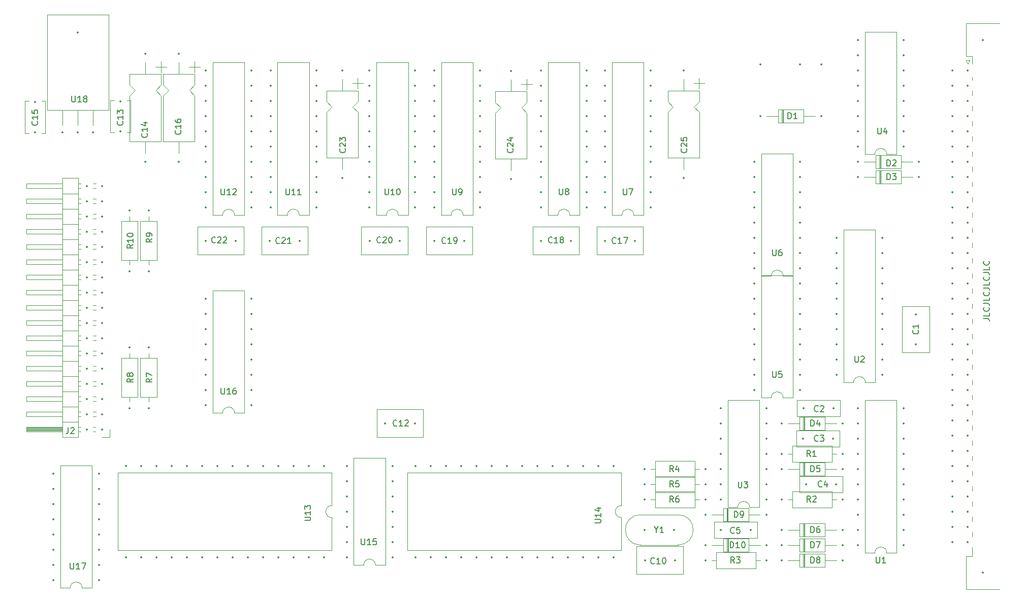
<source format=gto>
%TF.GenerationSoftware,KiCad,Pcbnew,8.0.3+1*%
%TF.CreationDate,2024-07-26T20:17:48+02:00*%
%TF.ProjectId,ql_trump_v2_disk_interface,716c5f74-7275-46d7-905f-76325f646973,01*%
%TF.SameCoordinates,Original*%
%TF.FileFunction,Legend,Top*%
%TF.FilePolarity,Positive*%
%FSLAX46Y46*%
G04 Gerber Fmt 4.6, Leading zero omitted, Abs format (unit mm)*
G04 Created by KiCad (PCBNEW 8.0.3+1) date 2024-07-26 20:17:48*
%MOMM*%
%LPD*%
G01*
G04 APERTURE LIST*
%ADD10C,0.150000*%
%ADD11C,0.120000*%
%ADD12C,0.350000*%
G04 APERTURE END LIST*
D10*
X198971819Y-95932048D02*
X199686104Y-95932048D01*
X199686104Y-95932048D02*
X199828961Y-95979667D01*
X199828961Y-95979667D02*
X199924200Y-96074905D01*
X199924200Y-96074905D02*
X199971819Y-96217762D01*
X199971819Y-96217762D02*
X199971819Y-96313000D01*
X199971819Y-94979667D02*
X199971819Y-95455857D01*
X199971819Y-95455857D02*
X198971819Y-95455857D01*
X199876580Y-94074905D02*
X199924200Y-94122524D01*
X199924200Y-94122524D02*
X199971819Y-94265381D01*
X199971819Y-94265381D02*
X199971819Y-94360619D01*
X199971819Y-94360619D02*
X199924200Y-94503476D01*
X199924200Y-94503476D02*
X199828961Y-94598714D01*
X199828961Y-94598714D02*
X199733723Y-94646333D01*
X199733723Y-94646333D02*
X199543247Y-94693952D01*
X199543247Y-94693952D02*
X199400390Y-94693952D01*
X199400390Y-94693952D02*
X199209914Y-94646333D01*
X199209914Y-94646333D02*
X199114676Y-94598714D01*
X199114676Y-94598714D02*
X199019438Y-94503476D01*
X199019438Y-94503476D02*
X198971819Y-94360619D01*
X198971819Y-94360619D02*
X198971819Y-94265381D01*
X198971819Y-94265381D02*
X199019438Y-94122524D01*
X199019438Y-94122524D02*
X199067057Y-94074905D01*
X198971819Y-93360619D02*
X199686104Y-93360619D01*
X199686104Y-93360619D02*
X199828961Y-93408238D01*
X199828961Y-93408238D02*
X199924200Y-93503476D01*
X199924200Y-93503476D02*
X199971819Y-93646333D01*
X199971819Y-93646333D02*
X199971819Y-93741571D01*
X199971819Y-92408238D02*
X199971819Y-92884428D01*
X199971819Y-92884428D02*
X198971819Y-92884428D01*
X199876580Y-91503476D02*
X199924200Y-91551095D01*
X199924200Y-91551095D02*
X199971819Y-91693952D01*
X199971819Y-91693952D02*
X199971819Y-91789190D01*
X199971819Y-91789190D02*
X199924200Y-91932047D01*
X199924200Y-91932047D02*
X199828961Y-92027285D01*
X199828961Y-92027285D02*
X199733723Y-92074904D01*
X199733723Y-92074904D02*
X199543247Y-92122523D01*
X199543247Y-92122523D02*
X199400390Y-92122523D01*
X199400390Y-92122523D02*
X199209914Y-92074904D01*
X199209914Y-92074904D02*
X199114676Y-92027285D01*
X199114676Y-92027285D02*
X199019438Y-91932047D01*
X199019438Y-91932047D02*
X198971819Y-91789190D01*
X198971819Y-91789190D02*
X198971819Y-91693952D01*
X198971819Y-91693952D02*
X199019438Y-91551095D01*
X199019438Y-91551095D02*
X199067057Y-91503476D01*
X198971819Y-90789190D02*
X199686104Y-90789190D01*
X199686104Y-90789190D02*
X199828961Y-90836809D01*
X199828961Y-90836809D02*
X199924200Y-90932047D01*
X199924200Y-90932047D02*
X199971819Y-91074904D01*
X199971819Y-91074904D02*
X199971819Y-91170142D01*
X199971819Y-89836809D02*
X199971819Y-90312999D01*
X199971819Y-90312999D02*
X198971819Y-90312999D01*
X199876580Y-88932047D02*
X199924200Y-88979666D01*
X199924200Y-88979666D02*
X199971819Y-89122523D01*
X199971819Y-89122523D02*
X199971819Y-89217761D01*
X199971819Y-89217761D02*
X199924200Y-89360618D01*
X199924200Y-89360618D02*
X199828961Y-89455856D01*
X199828961Y-89455856D02*
X199733723Y-89503475D01*
X199733723Y-89503475D02*
X199543247Y-89551094D01*
X199543247Y-89551094D02*
X199400390Y-89551094D01*
X199400390Y-89551094D02*
X199209914Y-89503475D01*
X199209914Y-89503475D02*
X199114676Y-89455856D01*
X199114676Y-89455856D02*
X199019438Y-89360618D01*
X199019438Y-89360618D02*
X198971819Y-89217761D01*
X198971819Y-89217761D02*
X198971819Y-89122523D01*
X198971819Y-89122523D02*
X199019438Y-88979666D01*
X199019438Y-88979666D02*
X199067057Y-88932047D01*
X198971819Y-88217761D02*
X199686104Y-88217761D01*
X199686104Y-88217761D02*
X199828961Y-88265380D01*
X199828961Y-88265380D02*
X199924200Y-88360618D01*
X199924200Y-88360618D02*
X199971819Y-88503475D01*
X199971819Y-88503475D02*
X199971819Y-88598713D01*
X199971819Y-87265380D02*
X199971819Y-87741570D01*
X199971819Y-87741570D02*
X198971819Y-87741570D01*
X199876580Y-86360618D02*
X199924200Y-86408237D01*
X199924200Y-86408237D02*
X199971819Y-86551094D01*
X199971819Y-86551094D02*
X199971819Y-86646332D01*
X199971819Y-86646332D02*
X199924200Y-86789189D01*
X199924200Y-86789189D02*
X199828961Y-86884427D01*
X199828961Y-86884427D02*
X199733723Y-86932046D01*
X199733723Y-86932046D02*
X199543247Y-86979665D01*
X199543247Y-86979665D02*
X199400390Y-86979665D01*
X199400390Y-86979665D02*
X199209914Y-86932046D01*
X199209914Y-86932046D02*
X199114676Y-86884427D01*
X199114676Y-86884427D02*
X199019438Y-86789189D01*
X199019438Y-86789189D02*
X198971819Y-86646332D01*
X198971819Y-86646332D02*
X198971819Y-86551094D01*
X198971819Y-86551094D02*
X199019438Y-86408237D01*
X199019438Y-86408237D02*
X199067057Y-86360618D01*
X47021905Y-58763819D02*
X47021905Y-59573342D01*
X47021905Y-59573342D02*
X47069524Y-59668580D01*
X47069524Y-59668580D02*
X47117143Y-59716200D01*
X47117143Y-59716200D02*
X47212381Y-59763819D01*
X47212381Y-59763819D02*
X47402857Y-59763819D01*
X47402857Y-59763819D02*
X47498095Y-59716200D01*
X47498095Y-59716200D02*
X47545714Y-59668580D01*
X47545714Y-59668580D02*
X47593333Y-59573342D01*
X47593333Y-59573342D02*
X47593333Y-58763819D01*
X48593333Y-59763819D02*
X48021905Y-59763819D01*
X48307619Y-59763819D02*
X48307619Y-58763819D01*
X48307619Y-58763819D02*
X48212381Y-58906676D01*
X48212381Y-58906676D02*
X48117143Y-59001914D01*
X48117143Y-59001914D02*
X48021905Y-59049533D01*
X49164762Y-59192390D02*
X49069524Y-59144771D01*
X49069524Y-59144771D02*
X49021905Y-59097152D01*
X49021905Y-59097152D02*
X48974286Y-59001914D01*
X48974286Y-59001914D02*
X48974286Y-58954295D01*
X48974286Y-58954295D02*
X49021905Y-58859057D01*
X49021905Y-58859057D02*
X49069524Y-58811438D01*
X49069524Y-58811438D02*
X49164762Y-58763819D01*
X49164762Y-58763819D02*
X49355238Y-58763819D01*
X49355238Y-58763819D02*
X49450476Y-58811438D01*
X49450476Y-58811438D02*
X49498095Y-58859057D01*
X49498095Y-58859057D02*
X49545714Y-58954295D01*
X49545714Y-58954295D02*
X49545714Y-59001914D01*
X49545714Y-59001914D02*
X49498095Y-59097152D01*
X49498095Y-59097152D02*
X49450476Y-59144771D01*
X49450476Y-59144771D02*
X49355238Y-59192390D01*
X49355238Y-59192390D02*
X49164762Y-59192390D01*
X49164762Y-59192390D02*
X49069524Y-59240009D01*
X49069524Y-59240009D02*
X49021905Y-59287628D01*
X49021905Y-59287628D02*
X48974286Y-59382866D01*
X48974286Y-59382866D02*
X48974286Y-59573342D01*
X48974286Y-59573342D02*
X49021905Y-59668580D01*
X49021905Y-59668580D02*
X49069524Y-59716200D01*
X49069524Y-59716200D02*
X49164762Y-59763819D01*
X49164762Y-59763819D02*
X49355238Y-59763819D01*
X49355238Y-59763819D02*
X49450476Y-59716200D01*
X49450476Y-59716200D02*
X49498095Y-59668580D01*
X49498095Y-59668580D02*
X49545714Y-59573342D01*
X49545714Y-59573342D02*
X49545714Y-59382866D01*
X49545714Y-59382866D02*
X49498095Y-59287628D01*
X49498095Y-59287628D02*
X49450476Y-59240009D01*
X49450476Y-59240009D02*
X49355238Y-59192390D01*
X163830095Y-84417819D02*
X163830095Y-85227342D01*
X163830095Y-85227342D02*
X163877714Y-85322580D01*
X163877714Y-85322580D02*
X163925333Y-85370200D01*
X163925333Y-85370200D02*
X164020571Y-85417819D01*
X164020571Y-85417819D02*
X164211047Y-85417819D01*
X164211047Y-85417819D02*
X164306285Y-85370200D01*
X164306285Y-85370200D02*
X164353904Y-85322580D01*
X164353904Y-85322580D02*
X164401523Y-85227342D01*
X164401523Y-85227342D02*
X164401523Y-84417819D01*
X165306285Y-84417819D02*
X165115809Y-84417819D01*
X165115809Y-84417819D02*
X165020571Y-84465438D01*
X165020571Y-84465438D02*
X164972952Y-84513057D01*
X164972952Y-84513057D02*
X164877714Y-84655914D01*
X164877714Y-84655914D02*
X164830095Y-84846390D01*
X164830095Y-84846390D02*
X164830095Y-85227342D01*
X164830095Y-85227342D02*
X164877714Y-85322580D01*
X164877714Y-85322580D02*
X164925333Y-85370200D01*
X164925333Y-85370200D02*
X165020571Y-85417819D01*
X165020571Y-85417819D02*
X165211047Y-85417819D01*
X165211047Y-85417819D02*
X165306285Y-85370200D01*
X165306285Y-85370200D02*
X165353904Y-85322580D01*
X165353904Y-85322580D02*
X165401523Y-85227342D01*
X165401523Y-85227342D02*
X165401523Y-84989247D01*
X165401523Y-84989247D02*
X165353904Y-84894009D01*
X165353904Y-84894009D02*
X165306285Y-84846390D01*
X165306285Y-84846390D02*
X165211047Y-84798771D01*
X165211047Y-84798771D02*
X165020571Y-84798771D01*
X165020571Y-84798771D02*
X164925333Y-84846390D01*
X164925333Y-84846390D02*
X164877714Y-84894009D01*
X164877714Y-84894009D02*
X164830095Y-84989247D01*
X171410333Y-116310580D02*
X171362714Y-116358200D01*
X171362714Y-116358200D02*
X171219857Y-116405819D01*
X171219857Y-116405819D02*
X171124619Y-116405819D01*
X171124619Y-116405819D02*
X170981762Y-116358200D01*
X170981762Y-116358200D02*
X170886524Y-116262961D01*
X170886524Y-116262961D02*
X170838905Y-116167723D01*
X170838905Y-116167723D02*
X170791286Y-115977247D01*
X170791286Y-115977247D02*
X170791286Y-115834390D01*
X170791286Y-115834390D02*
X170838905Y-115643914D01*
X170838905Y-115643914D02*
X170886524Y-115548676D01*
X170886524Y-115548676D02*
X170981762Y-115453438D01*
X170981762Y-115453438D02*
X171124619Y-115405819D01*
X171124619Y-115405819D02*
X171219857Y-115405819D01*
X171219857Y-115405819D02*
X171362714Y-115453438D01*
X171362714Y-115453438D02*
X171410333Y-115501057D01*
X171743667Y-115405819D02*
X172362714Y-115405819D01*
X172362714Y-115405819D02*
X172029381Y-115786771D01*
X172029381Y-115786771D02*
X172172238Y-115786771D01*
X172172238Y-115786771D02*
X172267476Y-115834390D01*
X172267476Y-115834390D02*
X172315095Y-115882009D01*
X172315095Y-115882009D02*
X172362714Y-115977247D01*
X172362714Y-115977247D02*
X172362714Y-116215342D01*
X172362714Y-116215342D02*
X172315095Y-116310580D01*
X172315095Y-116310580D02*
X172267476Y-116358200D01*
X172267476Y-116358200D02*
X172172238Y-116405819D01*
X172172238Y-116405819D02*
X171886524Y-116405819D01*
X171886524Y-116405819D02*
X171791286Y-116358200D01*
X171791286Y-116358200D02*
X171743667Y-116310580D01*
X41253580Y-62999857D02*
X41301200Y-63047476D01*
X41301200Y-63047476D02*
X41348819Y-63190333D01*
X41348819Y-63190333D02*
X41348819Y-63285571D01*
X41348819Y-63285571D02*
X41301200Y-63428428D01*
X41301200Y-63428428D02*
X41205961Y-63523666D01*
X41205961Y-63523666D02*
X41110723Y-63571285D01*
X41110723Y-63571285D02*
X40920247Y-63618904D01*
X40920247Y-63618904D02*
X40777390Y-63618904D01*
X40777390Y-63618904D02*
X40586914Y-63571285D01*
X40586914Y-63571285D02*
X40491676Y-63523666D01*
X40491676Y-63523666D02*
X40396438Y-63428428D01*
X40396438Y-63428428D02*
X40348819Y-63285571D01*
X40348819Y-63285571D02*
X40348819Y-63190333D01*
X40348819Y-63190333D02*
X40396438Y-63047476D01*
X40396438Y-63047476D02*
X40444057Y-62999857D01*
X41348819Y-62047476D02*
X41348819Y-62618904D01*
X41348819Y-62333190D02*
X40348819Y-62333190D01*
X40348819Y-62333190D02*
X40491676Y-62428428D01*
X40491676Y-62428428D02*
X40586914Y-62523666D01*
X40586914Y-62523666D02*
X40634533Y-62618904D01*
X40348819Y-61142714D02*
X40348819Y-61618904D01*
X40348819Y-61618904D02*
X40825009Y-61666523D01*
X40825009Y-61666523D02*
X40777390Y-61618904D01*
X40777390Y-61618904D02*
X40729771Y-61523666D01*
X40729771Y-61523666D02*
X40729771Y-61285571D01*
X40729771Y-61285571D02*
X40777390Y-61190333D01*
X40777390Y-61190333D02*
X40825009Y-61142714D01*
X40825009Y-61142714D02*
X40920247Y-61095095D01*
X40920247Y-61095095D02*
X41158342Y-61095095D01*
X41158342Y-61095095D02*
X41253580Y-61142714D01*
X41253580Y-61142714D02*
X41301200Y-61190333D01*
X41301200Y-61190333D02*
X41348819Y-61285571D01*
X41348819Y-61285571D02*
X41348819Y-61523666D01*
X41348819Y-61523666D02*
X41301200Y-61618904D01*
X41301200Y-61618904D02*
X41253580Y-61666523D01*
X149457580Y-67571857D02*
X149505200Y-67619476D01*
X149505200Y-67619476D02*
X149552819Y-67762333D01*
X149552819Y-67762333D02*
X149552819Y-67857571D01*
X149552819Y-67857571D02*
X149505200Y-68000428D01*
X149505200Y-68000428D02*
X149409961Y-68095666D01*
X149409961Y-68095666D02*
X149314723Y-68143285D01*
X149314723Y-68143285D02*
X149124247Y-68190904D01*
X149124247Y-68190904D02*
X148981390Y-68190904D01*
X148981390Y-68190904D02*
X148790914Y-68143285D01*
X148790914Y-68143285D02*
X148695676Y-68095666D01*
X148695676Y-68095666D02*
X148600438Y-68000428D01*
X148600438Y-68000428D02*
X148552819Y-67857571D01*
X148552819Y-67857571D02*
X148552819Y-67762333D01*
X148552819Y-67762333D02*
X148600438Y-67619476D01*
X148600438Y-67619476D02*
X148648057Y-67571857D01*
X148648057Y-67190904D02*
X148600438Y-67143285D01*
X148600438Y-67143285D02*
X148552819Y-67048047D01*
X148552819Y-67048047D02*
X148552819Y-66809952D01*
X148552819Y-66809952D02*
X148600438Y-66714714D01*
X148600438Y-66714714D02*
X148648057Y-66667095D01*
X148648057Y-66667095D02*
X148743295Y-66619476D01*
X148743295Y-66619476D02*
X148838533Y-66619476D01*
X148838533Y-66619476D02*
X148981390Y-66667095D01*
X148981390Y-66667095D02*
X149552819Y-67238523D01*
X149552819Y-67238523D02*
X149552819Y-66619476D01*
X148552819Y-65714714D02*
X148552819Y-66190904D01*
X148552819Y-66190904D02*
X149029009Y-66238523D01*
X149029009Y-66238523D02*
X148981390Y-66190904D01*
X148981390Y-66190904D02*
X148933771Y-66095666D01*
X148933771Y-66095666D02*
X148933771Y-65857571D01*
X148933771Y-65857571D02*
X148981390Y-65762333D01*
X148981390Y-65762333D02*
X149029009Y-65714714D01*
X149029009Y-65714714D02*
X149124247Y-65667095D01*
X149124247Y-65667095D02*
X149362342Y-65667095D01*
X149362342Y-65667095D02*
X149457580Y-65714714D01*
X149457580Y-65714714D02*
X149505200Y-65762333D01*
X149505200Y-65762333D02*
X149552819Y-65857571D01*
X149552819Y-65857571D02*
X149552819Y-66095666D01*
X149552819Y-66095666D02*
X149505200Y-66190904D01*
X149505200Y-66190904D02*
X149457580Y-66238523D01*
X99208905Y-74252819D02*
X99208905Y-75062342D01*
X99208905Y-75062342D02*
X99256524Y-75157580D01*
X99256524Y-75157580D02*
X99304143Y-75205200D01*
X99304143Y-75205200D02*
X99399381Y-75252819D01*
X99399381Y-75252819D02*
X99589857Y-75252819D01*
X99589857Y-75252819D02*
X99685095Y-75205200D01*
X99685095Y-75205200D02*
X99732714Y-75157580D01*
X99732714Y-75157580D02*
X99780333Y-75062342D01*
X99780333Y-75062342D02*
X99780333Y-74252819D01*
X100780333Y-75252819D02*
X100208905Y-75252819D01*
X100494619Y-75252819D02*
X100494619Y-74252819D01*
X100494619Y-74252819D02*
X100399381Y-74395676D01*
X100399381Y-74395676D02*
X100304143Y-74490914D01*
X100304143Y-74490914D02*
X100208905Y-74538533D01*
X101399381Y-74252819D02*
X101494619Y-74252819D01*
X101494619Y-74252819D02*
X101589857Y-74300438D01*
X101589857Y-74300438D02*
X101637476Y-74348057D01*
X101637476Y-74348057D02*
X101685095Y-74443295D01*
X101685095Y-74443295D02*
X101732714Y-74633771D01*
X101732714Y-74633771D02*
X101732714Y-74871866D01*
X101732714Y-74871866D02*
X101685095Y-75062342D01*
X101685095Y-75062342D02*
X101637476Y-75157580D01*
X101637476Y-75157580D02*
X101589857Y-75205200D01*
X101589857Y-75205200D02*
X101494619Y-75252819D01*
X101494619Y-75252819D02*
X101399381Y-75252819D01*
X101399381Y-75252819D02*
X101304143Y-75205200D01*
X101304143Y-75205200D02*
X101256524Y-75157580D01*
X101256524Y-75157580D02*
X101208905Y-75062342D01*
X101208905Y-75062342D02*
X101161286Y-74871866D01*
X101161286Y-74871866D02*
X101161286Y-74633771D01*
X101161286Y-74633771D02*
X101208905Y-74443295D01*
X101208905Y-74443295D02*
X101256524Y-74348057D01*
X101256524Y-74348057D02*
X101304143Y-74300438D01*
X101304143Y-74300438D02*
X101399381Y-74252819D01*
X147280333Y-121485819D02*
X146947000Y-121009628D01*
X146708905Y-121485819D02*
X146708905Y-120485819D01*
X146708905Y-120485819D02*
X147089857Y-120485819D01*
X147089857Y-120485819D02*
X147185095Y-120533438D01*
X147185095Y-120533438D02*
X147232714Y-120581057D01*
X147232714Y-120581057D02*
X147280333Y-120676295D01*
X147280333Y-120676295D02*
X147280333Y-120819152D01*
X147280333Y-120819152D02*
X147232714Y-120914390D01*
X147232714Y-120914390D02*
X147185095Y-120962009D01*
X147185095Y-120962009D02*
X147089857Y-121009628D01*
X147089857Y-121009628D02*
X146708905Y-121009628D01*
X148137476Y-120819152D02*
X148137476Y-121485819D01*
X147899381Y-120438200D02*
X147661286Y-121152485D01*
X147661286Y-121152485D02*
X148280333Y-121152485D01*
X177546095Y-102197819D02*
X177546095Y-103007342D01*
X177546095Y-103007342D02*
X177593714Y-103102580D01*
X177593714Y-103102580D02*
X177641333Y-103150200D01*
X177641333Y-103150200D02*
X177736571Y-103197819D01*
X177736571Y-103197819D02*
X177927047Y-103197819D01*
X177927047Y-103197819D02*
X178022285Y-103150200D01*
X178022285Y-103150200D02*
X178069904Y-103102580D01*
X178069904Y-103102580D02*
X178117523Y-103007342D01*
X178117523Y-103007342D02*
X178117523Y-102197819D01*
X178546095Y-102293057D02*
X178593714Y-102245438D01*
X178593714Y-102245438D02*
X178688952Y-102197819D01*
X178688952Y-102197819D02*
X178927047Y-102197819D01*
X178927047Y-102197819D02*
X179022285Y-102245438D01*
X179022285Y-102245438D02*
X179069904Y-102293057D01*
X179069904Y-102293057D02*
X179117523Y-102388295D01*
X179117523Y-102388295D02*
X179117523Y-102483533D01*
X179117523Y-102483533D02*
X179069904Y-102626390D01*
X179069904Y-102626390D02*
X178498476Y-103197819D01*
X178498476Y-103197819D02*
X179117523Y-103197819D01*
X138938095Y-74257819D02*
X138938095Y-75067342D01*
X138938095Y-75067342D02*
X138985714Y-75162580D01*
X138985714Y-75162580D02*
X139033333Y-75210200D01*
X139033333Y-75210200D02*
X139128571Y-75257819D01*
X139128571Y-75257819D02*
X139319047Y-75257819D01*
X139319047Y-75257819D02*
X139414285Y-75210200D01*
X139414285Y-75210200D02*
X139461904Y-75162580D01*
X139461904Y-75162580D02*
X139509523Y-75067342D01*
X139509523Y-75067342D02*
X139509523Y-74257819D01*
X139890476Y-74257819D02*
X140557142Y-74257819D01*
X140557142Y-74257819D02*
X140128571Y-75257819D01*
X134201819Y-130016094D02*
X135011342Y-130016094D01*
X135011342Y-130016094D02*
X135106580Y-129968475D01*
X135106580Y-129968475D02*
X135154200Y-129920856D01*
X135154200Y-129920856D02*
X135201819Y-129825618D01*
X135201819Y-129825618D02*
X135201819Y-129635142D01*
X135201819Y-129635142D02*
X135154200Y-129539904D01*
X135154200Y-129539904D02*
X135106580Y-129492285D01*
X135106580Y-129492285D02*
X135011342Y-129444666D01*
X135011342Y-129444666D02*
X134201819Y-129444666D01*
X135201819Y-128444666D02*
X135201819Y-129016094D01*
X135201819Y-128730380D02*
X134201819Y-128730380D01*
X134201819Y-128730380D02*
X134344676Y-128825618D01*
X134344676Y-128825618D02*
X134439914Y-128920856D01*
X134439914Y-128920856D02*
X134487533Y-129016094D01*
X134535152Y-127587523D02*
X135201819Y-127587523D01*
X134154200Y-127825618D02*
X134868485Y-128063713D01*
X134868485Y-128063713D02*
X134868485Y-127444666D01*
X170203905Y-136725819D02*
X170203905Y-135725819D01*
X170203905Y-135725819D02*
X170442000Y-135725819D01*
X170442000Y-135725819D02*
X170584857Y-135773438D01*
X170584857Y-135773438D02*
X170680095Y-135868676D01*
X170680095Y-135868676D02*
X170727714Y-135963914D01*
X170727714Y-135963914D02*
X170775333Y-136154390D01*
X170775333Y-136154390D02*
X170775333Y-136297247D01*
X170775333Y-136297247D02*
X170727714Y-136487723D01*
X170727714Y-136487723D02*
X170680095Y-136582961D01*
X170680095Y-136582961D02*
X170584857Y-136678200D01*
X170584857Y-136678200D02*
X170442000Y-136725819D01*
X170442000Y-136725819D02*
X170203905Y-136725819D01*
X171346762Y-136154390D02*
X171251524Y-136106771D01*
X171251524Y-136106771D02*
X171203905Y-136059152D01*
X171203905Y-136059152D02*
X171156286Y-135963914D01*
X171156286Y-135963914D02*
X171156286Y-135916295D01*
X171156286Y-135916295D02*
X171203905Y-135821057D01*
X171203905Y-135821057D02*
X171251524Y-135773438D01*
X171251524Y-135773438D02*
X171346762Y-135725819D01*
X171346762Y-135725819D02*
X171537238Y-135725819D01*
X171537238Y-135725819D02*
X171632476Y-135773438D01*
X171632476Y-135773438D02*
X171680095Y-135821057D01*
X171680095Y-135821057D02*
X171727714Y-135916295D01*
X171727714Y-135916295D02*
X171727714Y-135963914D01*
X171727714Y-135963914D02*
X171680095Y-136059152D01*
X171680095Y-136059152D02*
X171632476Y-136106771D01*
X171632476Y-136106771D02*
X171537238Y-136154390D01*
X171537238Y-136154390D02*
X171346762Y-136154390D01*
X171346762Y-136154390D02*
X171251524Y-136202009D01*
X171251524Y-136202009D02*
X171203905Y-136249628D01*
X171203905Y-136249628D02*
X171156286Y-136344866D01*
X171156286Y-136344866D02*
X171156286Y-136535342D01*
X171156286Y-136535342D02*
X171203905Y-136630580D01*
X171203905Y-136630580D02*
X171251524Y-136678200D01*
X171251524Y-136678200D02*
X171346762Y-136725819D01*
X171346762Y-136725819D02*
X171537238Y-136725819D01*
X171537238Y-136725819D02*
X171632476Y-136678200D01*
X171632476Y-136678200D02*
X171680095Y-136630580D01*
X171680095Y-136630580D02*
X171727714Y-136535342D01*
X171727714Y-136535342D02*
X171727714Y-136344866D01*
X171727714Y-136344866D02*
X171680095Y-136249628D01*
X171680095Y-136249628D02*
X171632476Y-136202009D01*
X171632476Y-136202009D02*
X171537238Y-136154390D01*
X144467809Y-131169628D02*
X144467809Y-131645819D01*
X144134476Y-130645819D02*
X144467809Y-131169628D01*
X144467809Y-131169628D02*
X144801142Y-130645819D01*
X145658285Y-131645819D02*
X145086857Y-131645819D01*
X145372571Y-131645819D02*
X145372571Y-130645819D01*
X145372571Y-130645819D02*
X145277333Y-130788676D01*
X145277333Y-130788676D02*
X145182095Y-130883914D01*
X145182095Y-130883914D02*
X145086857Y-130931533D01*
X156773714Y-134185819D02*
X156773714Y-133185819D01*
X156773714Y-133185819D02*
X157011809Y-133185819D01*
X157011809Y-133185819D02*
X157154666Y-133233438D01*
X157154666Y-133233438D02*
X157249904Y-133328676D01*
X157249904Y-133328676D02*
X157297523Y-133423914D01*
X157297523Y-133423914D02*
X157345142Y-133614390D01*
X157345142Y-133614390D02*
X157345142Y-133757247D01*
X157345142Y-133757247D02*
X157297523Y-133947723D01*
X157297523Y-133947723D02*
X157249904Y-134042961D01*
X157249904Y-134042961D02*
X157154666Y-134138200D01*
X157154666Y-134138200D02*
X157011809Y-134185819D01*
X157011809Y-134185819D02*
X156773714Y-134185819D01*
X158297523Y-134185819D02*
X157726095Y-134185819D01*
X158011809Y-134185819D02*
X158011809Y-133185819D01*
X158011809Y-133185819D02*
X157916571Y-133328676D01*
X157916571Y-133328676D02*
X157821333Y-133423914D01*
X157821333Y-133423914D02*
X157726095Y-133471533D01*
X158916571Y-133185819D02*
X159011809Y-133185819D01*
X159011809Y-133185819D02*
X159107047Y-133233438D01*
X159107047Y-133233438D02*
X159154666Y-133281057D01*
X159154666Y-133281057D02*
X159202285Y-133376295D01*
X159202285Y-133376295D02*
X159249904Y-133566771D01*
X159249904Y-133566771D02*
X159249904Y-133804866D01*
X159249904Y-133804866D02*
X159202285Y-133995342D01*
X159202285Y-133995342D02*
X159154666Y-134090580D01*
X159154666Y-134090580D02*
X159107047Y-134138200D01*
X159107047Y-134138200D02*
X159011809Y-134185819D01*
X159011809Y-134185819D02*
X158916571Y-134185819D01*
X158916571Y-134185819D02*
X158821333Y-134138200D01*
X158821333Y-134138200D02*
X158773714Y-134090580D01*
X158773714Y-134090580D02*
X158726095Y-133995342D01*
X158726095Y-133995342D02*
X158678476Y-133804866D01*
X158678476Y-133804866D02*
X158678476Y-133566771D01*
X158678476Y-133566771D02*
X158726095Y-133376295D01*
X158726095Y-133376295D02*
X158773714Y-133281057D01*
X158773714Y-133281057D02*
X158821333Y-133233438D01*
X158821333Y-133233438D02*
X158916571Y-133185819D01*
X46402666Y-114135819D02*
X46402666Y-114850104D01*
X46402666Y-114850104D02*
X46355047Y-114992961D01*
X46355047Y-114992961D02*
X46259809Y-115088200D01*
X46259809Y-115088200D02*
X46116952Y-115135819D01*
X46116952Y-115135819D02*
X46021714Y-115135819D01*
X46831238Y-114231057D02*
X46878857Y-114183438D01*
X46878857Y-114183438D02*
X46974095Y-114135819D01*
X46974095Y-114135819D02*
X47212190Y-114135819D01*
X47212190Y-114135819D02*
X47307428Y-114183438D01*
X47307428Y-114183438D02*
X47355047Y-114231057D01*
X47355047Y-114231057D02*
X47402666Y-114326295D01*
X47402666Y-114326295D02*
X47402666Y-114421533D01*
X47402666Y-114421533D02*
X47355047Y-114564390D01*
X47355047Y-114564390D02*
X46783619Y-115135819D01*
X46783619Y-115135819D02*
X47402666Y-115135819D01*
X157440333Y-136725819D02*
X157107000Y-136249628D01*
X156868905Y-136725819D02*
X156868905Y-135725819D01*
X156868905Y-135725819D02*
X157249857Y-135725819D01*
X157249857Y-135725819D02*
X157345095Y-135773438D01*
X157345095Y-135773438D02*
X157392714Y-135821057D01*
X157392714Y-135821057D02*
X157440333Y-135916295D01*
X157440333Y-135916295D02*
X157440333Y-136059152D01*
X157440333Y-136059152D02*
X157392714Y-136154390D01*
X157392714Y-136154390D02*
X157345095Y-136202009D01*
X157345095Y-136202009D02*
X157249857Y-136249628D01*
X157249857Y-136249628D02*
X156868905Y-136249628D01*
X157773667Y-135725819D02*
X158392714Y-135725819D01*
X158392714Y-135725819D02*
X158059381Y-136106771D01*
X158059381Y-136106771D02*
X158202238Y-136106771D01*
X158202238Y-136106771D02*
X158297476Y-136154390D01*
X158297476Y-136154390D02*
X158345095Y-136202009D01*
X158345095Y-136202009D02*
X158392714Y-136297247D01*
X158392714Y-136297247D02*
X158392714Y-136535342D01*
X158392714Y-136535342D02*
X158345095Y-136630580D01*
X158345095Y-136630580D02*
X158297476Y-136678200D01*
X158297476Y-136678200D02*
X158202238Y-136725819D01*
X158202238Y-136725819D02*
X157916524Y-136725819D01*
X157916524Y-136725819D02*
X157821286Y-136678200D01*
X157821286Y-136678200D02*
X157773667Y-136630580D01*
X55477580Y-62999857D02*
X55525200Y-63047476D01*
X55525200Y-63047476D02*
X55572819Y-63190333D01*
X55572819Y-63190333D02*
X55572819Y-63285571D01*
X55572819Y-63285571D02*
X55525200Y-63428428D01*
X55525200Y-63428428D02*
X55429961Y-63523666D01*
X55429961Y-63523666D02*
X55334723Y-63571285D01*
X55334723Y-63571285D02*
X55144247Y-63618904D01*
X55144247Y-63618904D02*
X55001390Y-63618904D01*
X55001390Y-63618904D02*
X54810914Y-63571285D01*
X54810914Y-63571285D02*
X54715676Y-63523666D01*
X54715676Y-63523666D02*
X54620438Y-63428428D01*
X54620438Y-63428428D02*
X54572819Y-63285571D01*
X54572819Y-63285571D02*
X54572819Y-63190333D01*
X54572819Y-63190333D02*
X54620438Y-63047476D01*
X54620438Y-63047476D02*
X54668057Y-62999857D01*
X55572819Y-62047476D02*
X55572819Y-62618904D01*
X55572819Y-62333190D02*
X54572819Y-62333190D01*
X54572819Y-62333190D02*
X54715676Y-62428428D01*
X54715676Y-62428428D02*
X54810914Y-62523666D01*
X54810914Y-62523666D02*
X54858533Y-62618904D01*
X54572819Y-61714142D02*
X54572819Y-61095095D01*
X54572819Y-61095095D02*
X54953771Y-61428428D01*
X54953771Y-61428428D02*
X54953771Y-61285571D01*
X54953771Y-61285571D02*
X55001390Y-61190333D01*
X55001390Y-61190333D02*
X55049009Y-61142714D01*
X55049009Y-61142714D02*
X55144247Y-61095095D01*
X55144247Y-61095095D02*
X55382342Y-61095095D01*
X55382342Y-61095095D02*
X55477580Y-61142714D01*
X55477580Y-61142714D02*
X55525200Y-61190333D01*
X55525200Y-61190333D02*
X55572819Y-61285571D01*
X55572819Y-61285571D02*
X55572819Y-61571285D01*
X55572819Y-61571285D02*
X55525200Y-61666523D01*
X55525200Y-61666523D02*
X55477580Y-61714142D01*
X98504142Y-83184580D02*
X98456523Y-83232200D01*
X98456523Y-83232200D02*
X98313666Y-83279819D01*
X98313666Y-83279819D02*
X98218428Y-83279819D01*
X98218428Y-83279819D02*
X98075571Y-83232200D01*
X98075571Y-83232200D02*
X97980333Y-83136961D01*
X97980333Y-83136961D02*
X97932714Y-83041723D01*
X97932714Y-83041723D02*
X97885095Y-82851247D01*
X97885095Y-82851247D02*
X97885095Y-82708390D01*
X97885095Y-82708390D02*
X97932714Y-82517914D01*
X97932714Y-82517914D02*
X97980333Y-82422676D01*
X97980333Y-82422676D02*
X98075571Y-82327438D01*
X98075571Y-82327438D02*
X98218428Y-82279819D01*
X98218428Y-82279819D02*
X98313666Y-82279819D01*
X98313666Y-82279819D02*
X98456523Y-82327438D01*
X98456523Y-82327438D02*
X98504142Y-82375057D01*
X98885095Y-82375057D02*
X98932714Y-82327438D01*
X98932714Y-82327438D02*
X99027952Y-82279819D01*
X99027952Y-82279819D02*
X99266047Y-82279819D01*
X99266047Y-82279819D02*
X99361285Y-82327438D01*
X99361285Y-82327438D02*
X99408904Y-82375057D01*
X99408904Y-82375057D02*
X99456523Y-82470295D01*
X99456523Y-82470295D02*
X99456523Y-82565533D01*
X99456523Y-82565533D02*
X99408904Y-82708390D01*
X99408904Y-82708390D02*
X98837476Y-83279819D01*
X98837476Y-83279819D02*
X99456523Y-83279819D01*
X100075571Y-82279819D02*
X100170809Y-82279819D01*
X100170809Y-82279819D02*
X100266047Y-82327438D01*
X100266047Y-82327438D02*
X100313666Y-82375057D01*
X100313666Y-82375057D02*
X100361285Y-82470295D01*
X100361285Y-82470295D02*
X100408904Y-82660771D01*
X100408904Y-82660771D02*
X100408904Y-82898866D01*
X100408904Y-82898866D02*
X100361285Y-83089342D01*
X100361285Y-83089342D02*
X100313666Y-83184580D01*
X100313666Y-83184580D02*
X100266047Y-83232200D01*
X100266047Y-83232200D02*
X100170809Y-83279819D01*
X100170809Y-83279819D02*
X100075571Y-83279819D01*
X100075571Y-83279819D02*
X99980333Y-83232200D01*
X99980333Y-83232200D02*
X99932714Y-83184580D01*
X99932714Y-83184580D02*
X99885095Y-83089342D01*
X99885095Y-83089342D02*
X99837476Y-82898866D01*
X99837476Y-82898866D02*
X99837476Y-82660771D01*
X99837476Y-82660771D02*
X99885095Y-82470295D01*
X99885095Y-82470295D02*
X99932714Y-82375057D01*
X99932714Y-82375057D02*
X99980333Y-82327438D01*
X99980333Y-82327438D02*
X100075571Y-82279819D01*
X85814819Y-129635094D02*
X86624342Y-129635094D01*
X86624342Y-129635094D02*
X86719580Y-129587475D01*
X86719580Y-129587475D02*
X86767200Y-129539856D01*
X86767200Y-129539856D02*
X86814819Y-129444618D01*
X86814819Y-129444618D02*
X86814819Y-129254142D01*
X86814819Y-129254142D02*
X86767200Y-129158904D01*
X86767200Y-129158904D02*
X86719580Y-129111285D01*
X86719580Y-129111285D02*
X86624342Y-129063666D01*
X86624342Y-129063666D02*
X85814819Y-129063666D01*
X86814819Y-128063666D02*
X86814819Y-128635094D01*
X86814819Y-128349380D02*
X85814819Y-128349380D01*
X85814819Y-128349380D02*
X85957676Y-128444618D01*
X85957676Y-128444618D02*
X86052914Y-128539856D01*
X86052914Y-128539856D02*
X86100533Y-128635094D01*
X85814819Y-127730332D02*
X85814819Y-127111285D01*
X85814819Y-127111285D02*
X86195771Y-127444618D01*
X86195771Y-127444618D02*
X86195771Y-127301761D01*
X86195771Y-127301761D02*
X86243390Y-127206523D01*
X86243390Y-127206523D02*
X86291009Y-127158904D01*
X86291009Y-127158904D02*
X86386247Y-127111285D01*
X86386247Y-127111285D02*
X86624342Y-127111285D01*
X86624342Y-127111285D02*
X86719580Y-127158904D01*
X86719580Y-127158904D02*
X86767200Y-127206523D01*
X86767200Y-127206523D02*
X86814819Y-127301761D01*
X86814819Y-127301761D02*
X86814819Y-127587475D01*
X86814819Y-127587475D02*
X86767200Y-127682713D01*
X86767200Y-127682713D02*
X86719580Y-127730332D01*
X137707142Y-83290580D02*
X137659523Y-83338200D01*
X137659523Y-83338200D02*
X137516666Y-83385819D01*
X137516666Y-83385819D02*
X137421428Y-83385819D01*
X137421428Y-83385819D02*
X137278571Y-83338200D01*
X137278571Y-83338200D02*
X137183333Y-83242961D01*
X137183333Y-83242961D02*
X137135714Y-83147723D01*
X137135714Y-83147723D02*
X137088095Y-82957247D01*
X137088095Y-82957247D02*
X137088095Y-82814390D01*
X137088095Y-82814390D02*
X137135714Y-82623914D01*
X137135714Y-82623914D02*
X137183333Y-82528676D01*
X137183333Y-82528676D02*
X137278571Y-82433438D01*
X137278571Y-82433438D02*
X137421428Y-82385819D01*
X137421428Y-82385819D02*
X137516666Y-82385819D01*
X137516666Y-82385819D02*
X137659523Y-82433438D01*
X137659523Y-82433438D02*
X137707142Y-82481057D01*
X138659523Y-83385819D02*
X138088095Y-83385819D01*
X138373809Y-83385819D02*
X138373809Y-82385819D01*
X138373809Y-82385819D02*
X138278571Y-82528676D01*
X138278571Y-82528676D02*
X138183333Y-82623914D01*
X138183333Y-82623914D02*
X138088095Y-82671533D01*
X138992857Y-82385819D02*
X139659523Y-82385819D01*
X139659523Y-82385819D02*
X139230952Y-83385819D01*
X101211142Y-113770580D02*
X101163523Y-113818200D01*
X101163523Y-113818200D02*
X101020666Y-113865819D01*
X101020666Y-113865819D02*
X100925428Y-113865819D01*
X100925428Y-113865819D02*
X100782571Y-113818200D01*
X100782571Y-113818200D02*
X100687333Y-113722961D01*
X100687333Y-113722961D02*
X100639714Y-113627723D01*
X100639714Y-113627723D02*
X100592095Y-113437247D01*
X100592095Y-113437247D02*
X100592095Y-113294390D01*
X100592095Y-113294390D02*
X100639714Y-113103914D01*
X100639714Y-113103914D02*
X100687333Y-113008676D01*
X100687333Y-113008676D02*
X100782571Y-112913438D01*
X100782571Y-112913438D02*
X100925428Y-112865819D01*
X100925428Y-112865819D02*
X101020666Y-112865819D01*
X101020666Y-112865819D02*
X101163523Y-112913438D01*
X101163523Y-112913438D02*
X101211142Y-112961057D01*
X102163523Y-113865819D02*
X101592095Y-113865819D01*
X101877809Y-113865819D02*
X101877809Y-112865819D01*
X101877809Y-112865819D02*
X101782571Y-113008676D01*
X101782571Y-113008676D02*
X101687333Y-113103914D01*
X101687333Y-113103914D02*
X101592095Y-113151533D01*
X102544476Y-112961057D02*
X102592095Y-112913438D01*
X102592095Y-112913438D02*
X102687333Y-112865819D01*
X102687333Y-112865819D02*
X102925428Y-112865819D01*
X102925428Y-112865819D02*
X103020666Y-112913438D01*
X103020666Y-112913438D02*
X103068285Y-112961057D01*
X103068285Y-112961057D02*
X103115904Y-113056295D01*
X103115904Y-113056295D02*
X103115904Y-113151533D01*
X103115904Y-113151533D02*
X103068285Y-113294390D01*
X103068285Y-113294390D02*
X102496857Y-113865819D01*
X102496857Y-113865819D02*
X103115904Y-113865819D01*
X182903905Y-70431819D02*
X182903905Y-69431819D01*
X182903905Y-69431819D02*
X183142000Y-69431819D01*
X183142000Y-69431819D02*
X183284857Y-69479438D01*
X183284857Y-69479438D02*
X183380095Y-69574676D01*
X183380095Y-69574676D02*
X183427714Y-69669914D01*
X183427714Y-69669914D02*
X183475333Y-69860390D01*
X183475333Y-69860390D02*
X183475333Y-70003247D01*
X183475333Y-70003247D02*
X183427714Y-70193723D01*
X183427714Y-70193723D02*
X183380095Y-70288961D01*
X183380095Y-70288961D02*
X183284857Y-70384200D01*
X183284857Y-70384200D02*
X183142000Y-70431819D01*
X183142000Y-70431819D02*
X182903905Y-70431819D01*
X183856286Y-69527057D02*
X183903905Y-69479438D01*
X183903905Y-69479438D02*
X183999143Y-69431819D01*
X183999143Y-69431819D02*
X184237238Y-69431819D01*
X184237238Y-69431819D02*
X184332476Y-69479438D01*
X184332476Y-69479438D02*
X184380095Y-69527057D01*
X184380095Y-69527057D02*
X184427714Y-69622295D01*
X184427714Y-69622295D02*
X184427714Y-69717533D01*
X184427714Y-69717533D02*
X184380095Y-69860390D01*
X184380095Y-69860390D02*
X183808667Y-70431819D01*
X183808667Y-70431819D02*
X184427714Y-70431819D01*
X147280333Y-126565819D02*
X146947000Y-126089628D01*
X146708905Y-126565819D02*
X146708905Y-125565819D01*
X146708905Y-125565819D02*
X147089857Y-125565819D01*
X147089857Y-125565819D02*
X147185095Y-125613438D01*
X147185095Y-125613438D02*
X147232714Y-125661057D01*
X147232714Y-125661057D02*
X147280333Y-125756295D01*
X147280333Y-125756295D02*
X147280333Y-125899152D01*
X147280333Y-125899152D02*
X147232714Y-125994390D01*
X147232714Y-125994390D02*
X147185095Y-126042009D01*
X147185095Y-126042009D02*
X147089857Y-126089628D01*
X147089857Y-126089628D02*
X146708905Y-126089628D01*
X148137476Y-125565819D02*
X147947000Y-125565819D01*
X147947000Y-125565819D02*
X147851762Y-125613438D01*
X147851762Y-125613438D02*
X147804143Y-125661057D01*
X147804143Y-125661057D02*
X147708905Y-125803914D01*
X147708905Y-125803914D02*
X147661286Y-125994390D01*
X147661286Y-125994390D02*
X147661286Y-126375342D01*
X147661286Y-126375342D02*
X147708905Y-126470580D01*
X147708905Y-126470580D02*
X147756524Y-126518200D01*
X147756524Y-126518200D02*
X147851762Y-126565819D01*
X147851762Y-126565819D02*
X148042238Y-126565819D01*
X148042238Y-126565819D02*
X148137476Y-126518200D01*
X148137476Y-126518200D02*
X148185095Y-126470580D01*
X148185095Y-126470580D02*
X148232714Y-126375342D01*
X148232714Y-126375342D02*
X148232714Y-126137247D01*
X148232714Y-126137247D02*
X148185095Y-126042009D01*
X148185095Y-126042009D02*
X148137476Y-125994390D01*
X148137476Y-125994390D02*
X148042238Y-125946771D01*
X148042238Y-125946771D02*
X147851762Y-125946771D01*
X147851762Y-125946771D02*
X147756524Y-125994390D01*
X147756524Y-125994390D02*
X147708905Y-126042009D01*
X147708905Y-126042009D02*
X147661286Y-126137247D01*
X65129580Y-64523857D02*
X65177200Y-64571476D01*
X65177200Y-64571476D02*
X65224819Y-64714333D01*
X65224819Y-64714333D02*
X65224819Y-64809571D01*
X65224819Y-64809571D02*
X65177200Y-64952428D01*
X65177200Y-64952428D02*
X65081961Y-65047666D01*
X65081961Y-65047666D02*
X64986723Y-65095285D01*
X64986723Y-65095285D02*
X64796247Y-65142904D01*
X64796247Y-65142904D02*
X64653390Y-65142904D01*
X64653390Y-65142904D02*
X64462914Y-65095285D01*
X64462914Y-65095285D02*
X64367676Y-65047666D01*
X64367676Y-65047666D02*
X64272438Y-64952428D01*
X64272438Y-64952428D02*
X64224819Y-64809571D01*
X64224819Y-64809571D02*
X64224819Y-64714333D01*
X64224819Y-64714333D02*
X64272438Y-64571476D01*
X64272438Y-64571476D02*
X64320057Y-64523857D01*
X65224819Y-63571476D02*
X65224819Y-64142904D01*
X65224819Y-63857190D02*
X64224819Y-63857190D01*
X64224819Y-63857190D02*
X64367676Y-63952428D01*
X64367676Y-63952428D02*
X64462914Y-64047666D01*
X64462914Y-64047666D02*
X64510533Y-64142904D01*
X64224819Y-62714333D02*
X64224819Y-62904809D01*
X64224819Y-62904809D02*
X64272438Y-63000047D01*
X64272438Y-63000047D02*
X64320057Y-63047666D01*
X64320057Y-63047666D02*
X64462914Y-63142904D01*
X64462914Y-63142904D02*
X64653390Y-63190523D01*
X64653390Y-63190523D02*
X65034342Y-63190523D01*
X65034342Y-63190523D02*
X65129580Y-63142904D01*
X65129580Y-63142904D02*
X65177200Y-63095285D01*
X65177200Y-63095285D02*
X65224819Y-63000047D01*
X65224819Y-63000047D02*
X65224819Y-62809571D01*
X65224819Y-62809571D02*
X65177200Y-62714333D01*
X65177200Y-62714333D02*
X65129580Y-62666714D01*
X65129580Y-62666714D02*
X65034342Y-62619095D01*
X65034342Y-62619095D02*
X64796247Y-62619095D01*
X64796247Y-62619095D02*
X64701009Y-62666714D01*
X64701009Y-62666714D02*
X64653390Y-62714333D01*
X64653390Y-62714333D02*
X64605771Y-62809571D01*
X64605771Y-62809571D02*
X64605771Y-63000047D01*
X64605771Y-63000047D02*
X64653390Y-63095285D01*
X64653390Y-63095285D02*
X64701009Y-63142904D01*
X64701009Y-63142904D02*
X64796247Y-63190523D01*
X181102095Y-135725819D02*
X181102095Y-136535342D01*
X181102095Y-136535342D02*
X181149714Y-136630580D01*
X181149714Y-136630580D02*
X181197333Y-136678200D01*
X181197333Y-136678200D02*
X181292571Y-136725819D01*
X181292571Y-136725819D02*
X181483047Y-136725819D01*
X181483047Y-136725819D02*
X181578285Y-136678200D01*
X181578285Y-136678200D02*
X181625904Y-136630580D01*
X181625904Y-136630580D02*
X181673523Y-136535342D01*
X181673523Y-136535342D02*
X181673523Y-135725819D01*
X182673523Y-136725819D02*
X182102095Y-136725819D01*
X182387809Y-136725819D02*
X182387809Y-135725819D01*
X182387809Y-135725819D02*
X182292571Y-135868676D01*
X182292571Y-135868676D02*
X182197333Y-135963914D01*
X182197333Y-135963914D02*
X182102095Y-136011533D01*
X128270095Y-74252819D02*
X128270095Y-75062342D01*
X128270095Y-75062342D02*
X128317714Y-75157580D01*
X128317714Y-75157580D02*
X128365333Y-75205200D01*
X128365333Y-75205200D02*
X128460571Y-75252819D01*
X128460571Y-75252819D02*
X128651047Y-75252819D01*
X128651047Y-75252819D02*
X128746285Y-75205200D01*
X128746285Y-75205200D02*
X128793904Y-75157580D01*
X128793904Y-75157580D02*
X128841523Y-75062342D01*
X128841523Y-75062342D02*
X128841523Y-74252819D01*
X129460571Y-74681390D02*
X129365333Y-74633771D01*
X129365333Y-74633771D02*
X129317714Y-74586152D01*
X129317714Y-74586152D02*
X129270095Y-74490914D01*
X129270095Y-74490914D02*
X129270095Y-74443295D01*
X129270095Y-74443295D02*
X129317714Y-74348057D01*
X129317714Y-74348057D02*
X129365333Y-74300438D01*
X129365333Y-74300438D02*
X129460571Y-74252819D01*
X129460571Y-74252819D02*
X129651047Y-74252819D01*
X129651047Y-74252819D02*
X129746285Y-74300438D01*
X129746285Y-74300438D02*
X129793904Y-74348057D01*
X129793904Y-74348057D02*
X129841523Y-74443295D01*
X129841523Y-74443295D02*
X129841523Y-74490914D01*
X129841523Y-74490914D02*
X129793904Y-74586152D01*
X129793904Y-74586152D02*
X129746285Y-74633771D01*
X129746285Y-74633771D02*
X129651047Y-74681390D01*
X129651047Y-74681390D02*
X129460571Y-74681390D01*
X129460571Y-74681390D02*
X129365333Y-74729009D01*
X129365333Y-74729009D02*
X129317714Y-74776628D01*
X129317714Y-74776628D02*
X129270095Y-74871866D01*
X129270095Y-74871866D02*
X129270095Y-75062342D01*
X129270095Y-75062342D02*
X129317714Y-75157580D01*
X129317714Y-75157580D02*
X129365333Y-75205200D01*
X129365333Y-75205200D02*
X129460571Y-75252819D01*
X129460571Y-75252819D02*
X129651047Y-75252819D01*
X129651047Y-75252819D02*
X129746285Y-75205200D01*
X129746285Y-75205200D02*
X129793904Y-75157580D01*
X129793904Y-75157580D02*
X129841523Y-75062342D01*
X129841523Y-75062342D02*
X129841523Y-74871866D01*
X129841523Y-74871866D02*
X129793904Y-74776628D01*
X129793904Y-74776628D02*
X129746285Y-74729009D01*
X129746285Y-74729009D02*
X129651047Y-74681390D01*
X166393905Y-62557819D02*
X166393905Y-61557819D01*
X166393905Y-61557819D02*
X166632000Y-61557819D01*
X166632000Y-61557819D02*
X166774857Y-61605438D01*
X166774857Y-61605438D02*
X166870095Y-61700676D01*
X166870095Y-61700676D02*
X166917714Y-61795914D01*
X166917714Y-61795914D02*
X166965333Y-61986390D01*
X166965333Y-61986390D02*
X166965333Y-62129247D01*
X166965333Y-62129247D02*
X166917714Y-62319723D01*
X166917714Y-62319723D02*
X166870095Y-62414961D01*
X166870095Y-62414961D02*
X166774857Y-62510200D01*
X166774857Y-62510200D02*
X166632000Y-62557819D01*
X166632000Y-62557819D02*
X166393905Y-62557819D01*
X167917714Y-62557819D02*
X167346286Y-62557819D01*
X167632000Y-62557819D02*
X167632000Y-61557819D01*
X167632000Y-61557819D02*
X167536762Y-61700676D01*
X167536762Y-61700676D02*
X167441524Y-61795914D01*
X167441524Y-61795914D02*
X167346286Y-61843533D01*
X81653142Y-83290580D02*
X81605523Y-83338200D01*
X81605523Y-83338200D02*
X81462666Y-83385819D01*
X81462666Y-83385819D02*
X81367428Y-83385819D01*
X81367428Y-83385819D02*
X81224571Y-83338200D01*
X81224571Y-83338200D02*
X81129333Y-83242961D01*
X81129333Y-83242961D02*
X81081714Y-83147723D01*
X81081714Y-83147723D02*
X81034095Y-82957247D01*
X81034095Y-82957247D02*
X81034095Y-82814390D01*
X81034095Y-82814390D02*
X81081714Y-82623914D01*
X81081714Y-82623914D02*
X81129333Y-82528676D01*
X81129333Y-82528676D02*
X81224571Y-82433438D01*
X81224571Y-82433438D02*
X81367428Y-82385819D01*
X81367428Y-82385819D02*
X81462666Y-82385819D01*
X81462666Y-82385819D02*
X81605523Y-82433438D01*
X81605523Y-82433438D02*
X81653142Y-82481057D01*
X82034095Y-82481057D02*
X82081714Y-82433438D01*
X82081714Y-82433438D02*
X82176952Y-82385819D01*
X82176952Y-82385819D02*
X82415047Y-82385819D01*
X82415047Y-82385819D02*
X82510285Y-82433438D01*
X82510285Y-82433438D02*
X82557904Y-82481057D01*
X82557904Y-82481057D02*
X82605523Y-82576295D01*
X82605523Y-82576295D02*
X82605523Y-82671533D01*
X82605523Y-82671533D02*
X82557904Y-82814390D01*
X82557904Y-82814390D02*
X81986476Y-83385819D01*
X81986476Y-83385819D02*
X82605523Y-83385819D01*
X83557904Y-83385819D02*
X82986476Y-83385819D01*
X83272190Y-83385819D02*
X83272190Y-82385819D01*
X83272190Y-82385819D02*
X83176952Y-82528676D01*
X83176952Y-82528676D02*
X83081714Y-82623914D01*
X83081714Y-82623914D02*
X82986476Y-82671533D01*
X170203905Y-134185819D02*
X170203905Y-133185819D01*
X170203905Y-133185819D02*
X170442000Y-133185819D01*
X170442000Y-133185819D02*
X170584857Y-133233438D01*
X170584857Y-133233438D02*
X170680095Y-133328676D01*
X170680095Y-133328676D02*
X170727714Y-133423914D01*
X170727714Y-133423914D02*
X170775333Y-133614390D01*
X170775333Y-133614390D02*
X170775333Y-133757247D01*
X170775333Y-133757247D02*
X170727714Y-133947723D01*
X170727714Y-133947723D02*
X170680095Y-134042961D01*
X170680095Y-134042961D02*
X170584857Y-134138200D01*
X170584857Y-134138200D02*
X170442000Y-134185819D01*
X170442000Y-134185819D02*
X170203905Y-134185819D01*
X171108667Y-133185819D02*
X171775333Y-133185819D01*
X171775333Y-133185819D02*
X171346762Y-134185819D01*
X92561580Y-67571857D02*
X92609200Y-67619476D01*
X92609200Y-67619476D02*
X92656819Y-67762333D01*
X92656819Y-67762333D02*
X92656819Y-67857571D01*
X92656819Y-67857571D02*
X92609200Y-68000428D01*
X92609200Y-68000428D02*
X92513961Y-68095666D01*
X92513961Y-68095666D02*
X92418723Y-68143285D01*
X92418723Y-68143285D02*
X92228247Y-68190904D01*
X92228247Y-68190904D02*
X92085390Y-68190904D01*
X92085390Y-68190904D02*
X91894914Y-68143285D01*
X91894914Y-68143285D02*
X91799676Y-68095666D01*
X91799676Y-68095666D02*
X91704438Y-68000428D01*
X91704438Y-68000428D02*
X91656819Y-67857571D01*
X91656819Y-67857571D02*
X91656819Y-67762333D01*
X91656819Y-67762333D02*
X91704438Y-67619476D01*
X91704438Y-67619476D02*
X91752057Y-67571857D01*
X91752057Y-67190904D02*
X91704438Y-67143285D01*
X91704438Y-67143285D02*
X91656819Y-67048047D01*
X91656819Y-67048047D02*
X91656819Y-66809952D01*
X91656819Y-66809952D02*
X91704438Y-66714714D01*
X91704438Y-66714714D02*
X91752057Y-66667095D01*
X91752057Y-66667095D02*
X91847295Y-66619476D01*
X91847295Y-66619476D02*
X91942533Y-66619476D01*
X91942533Y-66619476D02*
X92085390Y-66667095D01*
X92085390Y-66667095D02*
X92656819Y-67238523D01*
X92656819Y-67238523D02*
X92656819Y-66619476D01*
X91656819Y-66286142D02*
X91656819Y-65667095D01*
X91656819Y-65667095D02*
X92037771Y-66000428D01*
X92037771Y-66000428D02*
X92037771Y-65857571D01*
X92037771Y-65857571D02*
X92085390Y-65762333D01*
X92085390Y-65762333D02*
X92133009Y-65714714D01*
X92133009Y-65714714D02*
X92228247Y-65667095D01*
X92228247Y-65667095D02*
X92466342Y-65667095D01*
X92466342Y-65667095D02*
X92561580Y-65714714D01*
X92561580Y-65714714D02*
X92609200Y-65762333D01*
X92609200Y-65762333D02*
X92656819Y-65857571D01*
X92656819Y-65857571D02*
X92656819Y-66143285D01*
X92656819Y-66143285D02*
X92609200Y-66238523D01*
X92609200Y-66238523D02*
X92561580Y-66286142D01*
X71913905Y-107531819D02*
X71913905Y-108341342D01*
X71913905Y-108341342D02*
X71961524Y-108436580D01*
X71961524Y-108436580D02*
X72009143Y-108484200D01*
X72009143Y-108484200D02*
X72104381Y-108531819D01*
X72104381Y-108531819D02*
X72294857Y-108531819D01*
X72294857Y-108531819D02*
X72390095Y-108484200D01*
X72390095Y-108484200D02*
X72437714Y-108436580D01*
X72437714Y-108436580D02*
X72485333Y-108341342D01*
X72485333Y-108341342D02*
X72485333Y-107531819D01*
X73485333Y-108531819D02*
X72913905Y-108531819D01*
X73199619Y-108531819D02*
X73199619Y-107531819D01*
X73199619Y-107531819D02*
X73104381Y-107674676D01*
X73104381Y-107674676D02*
X73009143Y-107769914D01*
X73009143Y-107769914D02*
X72913905Y-107817533D01*
X74342476Y-107531819D02*
X74152000Y-107531819D01*
X74152000Y-107531819D02*
X74056762Y-107579438D01*
X74056762Y-107579438D02*
X74009143Y-107627057D01*
X74009143Y-107627057D02*
X73913905Y-107769914D01*
X73913905Y-107769914D02*
X73866286Y-107960390D01*
X73866286Y-107960390D02*
X73866286Y-108341342D01*
X73866286Y-108341342D02*
X73913905Y-108436580D01*
X73913905Y-108436580D02*
X73961524Y-108484200D01*
X73961524Y-108484200D02*
X74056762Y-108531819D01*
X74056762Y-108531819D02*
X74247238Y-108531819D01*
X74247238Y-108531819D02*
X74342476Y-108484200D01*
X74342476Y-108484200D02*
X74390095Y-108436580D01*
X74390095Y-108436580D02*
X74437714Y-108341342D01*
X74437714Y-108341342D02*
X74437714Y-108103247D01*
X74437714Y-108103247D02*
X74390095Y-108008009D01*
X74390095Y-108008009D02*
X74342476Y-107960390D01*
X74342476Y-107960390D02*
X74247238Y-107912771D01*
X74247238Y-107912771D02*
X74056762Y-107912771D01*
X74056762Y-107912771D02*
X73961524Y-107960390D01*
X73961524Y-107960390D02*
X73913905Y-108008009D01*
X73913905Y-108008009D02*
X73866286Y-108103247D01*
X170203905Y-121485819D02*
X170203905Y-120485819D01*
X170203905Y-120485819D02*
X170442000Y-120485819D01*
X170442000Y-120485819D02*
X170584857Y-120533438D01*
X170584857Y-120533438D02*
X170680095Y-120628676D01*
X170680095Y-120628676D02*
X170727714Y-120723914D01*
X170727714Y-120723914D02*
X170775333Y-120914390D01*
X170775333Y-120914390D02*
X170775333Y-121057247D01*
X170775333Y-121057247D02*
X170727714Y-121247723D01*
X170727714Y-121247723D02*
X170680095Y-121342961D01*
X170680095Y-121342961D02*
X170584857Y-121438200D01*
X170584857Y-121438200D02*
X170442000Y-121485819D01*
X170442000Y-121485819D02*
X170203905Y-121485819D01*
X171680095Y-120485819D02*
X171203905Y-120485819D01*
X171203905Y-120485819D02*
X171156286Y-120962009D01*
X171156286Y-120962009D02*
X171203905Y-120914390D01*
X171203905Y-120914390D02*
X171299143Y-120866771D01*
X171299143Y-120866771D02*
X171537238Y-120866771D01*
X171537238Y-120866771D02*
X171632476Y-120914390D01*
X171632476Y-120914390D02*
X171680095Y-120962009D01*
X171680095Y-120962009D02*
X171727714Y-121057247D01*
X171727714Y-121057247D02*
X171727714Y-121295342D01*
X171727714Y-121295342D02*
X171680095Y-121390580D01*
X171680095Y-121390580D02*
X171632476Y-121438200D01*
X171632476Y-121438200D02*
X171537238Y-121485819D01*
X171537238Y-121485819D02*
X171299143Y-121485819D01*
X171299143Y-121485819D02*
X171203905Y-121438200D01*
X171203905Y-121438200D02*
X171156286Y-121390580D01*
X163830095Y-104737819D02*
X163830095Y-105547342D01*
X163830095Y-105547342D02*
X163877714Y-105642580D01*
X163877714Y-105642580D02*
X163925333Y-105690200D01*
X163925333Y-105690200D02*
X164020571Y-105737819D01*
X164020571Y-105737819D02*
X164211047Y-105737819D01*
X164211047Y-105737819D02*
X164306285Y-105690200D01*
X164306285Y-105690200D02*
X164353904Y-105642580D01*
X164353904Y-105642580D02*
X164401523Y-105547342D01*
X164401523Y-105547342D02*
X164401523Y-104737819D01*
X165353904Y-104737819D02*
X164877714Y-104737819D01*
X164877714Y-104737819D02*
X164830095Y-105214009D01*
X164830095Y-105214009D02*
X164877714Y-105166390D01*
X164877714Y-105166390D02*
X164972952Y-105118771D01*
X164972952Y-105118771D02*
X165211047Y-105118771D01*
X165211047Y-105118771D02*
X165306285Y-105166390D01*
X165306285Y-105166390D02*
X165353904Y-105214009D01*
X165353904Y-105214009D02*
X165401523Y-105309247D01*
X165401523Y-105309247D02*
X165401523Y-105547342D01*
X165401523Y-105547342D02*
X165353904Y-105642580D01*
X165353904Y-105642580D02*
X165306285Y-105690200D01*
X165306285Y-105690200D02*
X165211047Y-105737819D01*
X165211047Y-105737819D02*
X164972952Y-105737819D01*
X164972952Y-105737819D02*
X164877714Y-105690200D01*
X164877714Y-105690200D02*
X164830095Y-105642580D01*
X46767905Y-136741819D02*
X46767905Y-137551342D01*
X46767905Y-137551342D02*
X46815524Y-137646580D01*
X46815524Y-137646580D02*
X46863143Y-137694200D01*
X46863143Y-137694200D02*
X46958381Y-137741819D01*
X46958381Y-137741819D02*
X47148857Y-137741819D01*
X47148857Y-137741819D02*
X47244095Y-137694200D01*
X47244095Y-137694200D02*
X47291714Y-137646580D01*
X47291714Y-137646580D02*
X47339333Y-137551342D01*
X47339333Y-137551342D02*
X47339333Y-136741819D01*
X48339333Y-137741819D02*
X47767905Y-137741819D01*
X48053619Y-137741819D02*
X48053619Y-136741819D01*
X48053619Y-136741819D02*
X47958381Y-136884676D01*
X47958381Y-136884676D02*
X47863143Y-136979914D01*
X47863143Y-136979914D02*
X47767905Y-137027533D01*
X48672667Y-136741819D02*
X49339333Y-136741819D01*
X49339333Y-136741819D02*
X48910762Y-137741819D01*
X170140333Y-118945819D02*
X169807000Y-118469628D01*
X169568905Y-118945819D02*
X169568905Y-117945819D01*
X169568905Y-117945819D02*
X169949857Y-117945819D01*
X169949857Y-117945819D02*
X170045095Y-117993438D01*
X170045095Y-117993438D02*
X170092714Y-118041057D01*
X170092714Y-118041057D02*
X170140333Y-118136295D01*
X170140333Y-118136295D02*
X170140333Y-118279152D01*
X170140333Y-118279152D02*
X170092714Y-118374390D01*
X170092714Y-118374390D02*
X170045095Y-118422009D01*
X170045095Y-118422009D02*
X169949857Y-118469628D01*
X169949857Y-118469628D02*
X169568905Y-118469628D01*
X171092714Y-118945819D02*
X170521286Y-118945819D01*
X170807000Y-118945819D02*
X170807000Y-117945819D01*
X170807000Y-117945819D02*
X170711762Y-118088676D01*
X170711762Y-118088676D02*
X170616524Y-118183914D01*
X170616524Y-118183914D02*
X170521286Y-118231533D01*
X171410333Y-111357580D02*
X171362714Y-111405200D01*
X171362714Y-111405200D02*
X171219857Y-111452819D01*
X171219857Y-111452819D02*
X171124619Y-111452819D01*
X171124619Y-111452819D02*
X170981762Y-111405200D01*
X170981762Y-111405200D02*
X170886524Y-111309961D01*
X170886524Y-111309961D02*
X170838905Y-111214723D01*
X170838905Y-111214723D02*
X170791286Y-111024247D01*
X170791286Y-111024247D02*
X170791286Y-110881390D01*
X170791286Y-110881390D02*
X170838905Y-110690914D01*
X170838905Y-110690914D02*
X170886524Y-110595676D01*
X170886524Y-110595676D02*
X170981762Y-110500438D01*
X170981762Y-110500438D02*
X171124619Y-110452819D01*
X171124619Y-110452819D02*
X171219857Y-110452819D01*
X171219857Y-110452819D02*
X171362714Y-110500438D01*
X171362714Y-110500438D02*
X171410333Y-110548057D01*
X171791286Y-110548057D02*
X171838905Y-110500438D01*
X171838905Y-110500438D02*
X171934143Y-110452819D01*
X171934143Y-110452819D02*
X172172238Y-110452819D01*
X172172238Y-110452819D02*
X172267476Y-110500438D01*
X172267476Y-110500438D02*
X172315095Y-110548057D01*
X172315095Y-110548057D02*
X172362714Y-110643295D01*
X172362714Y-110643295D02*
X172362714Y-110738533D01*
X172362714Y-110738533D02*
X172315095Y-110881390D01*
X172315095Y-110881390D02*
X171743667Y-111452819D01*
X171743667Y-111452819D02*
X172362714Y-111452819D01*
X60398819Y-105957666D02*
X59922628Y-106290999D01*
X60398819Y-106529094D02*
X59398819Y-106529094D01*
X59398819Y-106529094D02*
X59398819Y-106148142D01*
X59398819Y-106148142D02*
X59446438Y-106052904D01*
X59446438Y-106052904D02*
X59494057Y-106005285D01*
X59494057Y-106005285D02*
X59589295Y-105957666D01*
X59589295Y-105957666D02*
X59732152Y-105957666D01*
X59732152Y-105957666D02*
X59827390Y-106005285D01*
X59827390Y-106005285D02*
X59875009Y-106052904D01*
X59875009Y-106052904D02*
X59922628Y-106148142D01*
X59922628Y-106148142D02*
X59922628Y-106529094D01*
X59398819Y-105624332D02*
X59398819Y-104957666D01*
X59398819Y-104957666D02*
X60398819Y-105386237D01*
X170203905Y-113865819D02*
X170203905Y-112865819D01*
X170203905Y-112865819D02*
X170442000Y-112865819D01*
X170442000Y-112865819D02*
X170584857Y-112913438D01*
X170584857Y-112913438D02*
X170680095Y-113008676D01*
X170680095Y-113008676D02*
X170727714Y-113103914D01*
X170727714Y-113103914D02*
X170775333Y-113294390D01*
X170775333Y-113294390D02*
X170775333Y-113437247D01*
X170775333Y-113437247D02*
X170727714Y-113627723D01*
X170727714Y-113627723D02*
X170680095Y-113722961D01*
X170680095Y-113722961D02*
X170584857Y-113818200D01*
X170584857Y-113818200D02*
X170442000Y-113865819D01*
X170442000Y-113865819D02*
X170203905Y-113865819D01*
X171632476Y-113199152D02*
X171632476Y-113865819D01*
X171394381Y-112818200D02*
X171156286Y-113532485D01*
X171156286Y-113532485D02*
X171775333Y-113532485D01*
X120501580Y-67571857D02*
X120549200Y-67619476D01*
X120549200Y-67619476D02*
X120596819Y-67762333D01*
X120596819Y-67762333D02*
X120596819Y-67857571D01*
X120596819Y-67857571D02*
X120549200Y-68000428D01*
X120549200Y-68000428D02*
X120453961Y-68095666D01*
X120453961Y-68095666D02*
X120358723Y-68143285D01*
X120358723Y-68143285D02*
X120168247Y-68190904D01*
X120168247Y-68190904D02*
X120025390Y-68190904D01*
X120025390Y-68190904D02*
X119834914Y-68143285D01*
X119834914Y-68143285D02*
X119739676Y-68095666D01*
X119739676Y-68095666D02*
X119644438Y-68000428D01*
X119644438Y-68000428D02*
X119596819Y-67857571D01*
X119596819Y-67857571D02*
X119596819Y-67762333D01*
X119596819Y-67762333D02*
X119644438Y-67619476D01*
X119644438Y-67619476D02*
X119692057Y-67571857D01*
X119692057Y-67190904D02*
X119644438Y-67143285D01*
X119644438Y-67143285D02*
X119596819Y-67048047D01*
X119596819Y-67048047D02*
X119596819Y-66809952D01*
X119596819Y-66809952D02*
X119644438Y-66714714D01*
X119644438Y-66714714D02*
X119692057Y-66667095D01*
X119692057Y-66667095D02*
X119787295Y-66619476D01*
X119787295Y-66619476D02*
X119882533Y-66619476D01*
X119882533Y-66619476D02*
X120025390Y-66667095D01*
X120025390Y-66667095D02*
X120596819Y-67238523D01*
X120596819Y-67238523D02*
X120596819Y-66619476D01*
X119930152Y-65762333D02*
X120596819Y-65762333D01*
X119549200Y-66000428D02*
X120263485Y-66238523D01*
X120263485Y-66238523D02*
X120263485Y-65619476D01*
X127079142Y-83184580D02*
X127031523Y-83232200D01*
X127031523Y-83232200D02*
X126888666Y-83279819D01*
X126888666Y-83279819D02*
X126793428Y-83279819D01*
X126793428Y-83279819D02*
X126650571Y-83232200D01*
X126650571Y-83232200D02*
X126555333Y-83136961D01*
X126555333Y-83136961D02*
X126507714Y-83041723D01*
X126507714Y-83041723D02*
X126460095Y-82851247D01*
X126460095Y-82851247D02*
X126460095Y-82708390D01*
X126460095Y-82708390D02*
X126507714Y-82517914D01*
X126507714Y-82517914D02*
X126555333Y-82422676D01*
X126555333Y-82422676D02*
X126650571Y-82327438D01*
X126650571Y-82327438D02*
X126793428Y-82279819D01*
X126793428Y-82279819D02*
X126888666Y-82279819D01*
X126888666Y-82279819D02*
X127031523Y-82327438D01*
X127031523Y-82327438D02*
X127079142Y-82375057D01*
X128031523Y-83279819D02*
X127460095Y-83279819D01*
X127745809Y-83279819D02*
X127745809Y-82279819D01*
X127745809Y-82279819D02*
X127650571Y-82422676D01*
X127650571Y-82422676D02*
X127555333Y-82517914D01*
X127555333Y-82517914D02*
X127460095Y-82565533D01*
X128602952Y-82708390D02*
X128507714Y-82660771D01*
X128507714Y-82660771D02*
X128460095Y-82613152D01*
X128460095Y-82613152D02*
X128412476Y-82517914D01*
X128412476Y-82517914D02*
X128412476Y-82470295D01*
X128412476Y-82470295D02*
X128460095Y-82375057D01*
X128460095Y-82375057D02*
X128507714Y-82327438D01*
X128507714Y-82327438D02*
X128602952Y-82279819D01*
X128602952Y-82279819D02*
X128793428Y-82279819D01*
X128793428Y-82279819D02*
X128888666Y-82327438D01*
X128888666Y-82327438D02*
X128936285Y-82375057D01*
X128936285Y-82375057D02*
X128983904Y-82470295D01*
X128983904Y-82470295D02*
X128983904Y-82517914D01*
X128983904Y-82517914D02*
X128936285Y-82613152D01*
X128936285Y-82613152D02*
X128888666Y-82660771D01*
X128888666Y-82660771D02*
X128793428Y-82708390D01*
X128793428Y-82708390D02*
X128602952Y-82708390D01*
X128602952Y-82708390D02*
X128507714Y-82756009D01*
X128507714Y-82756009D02*
X128460095Y-82803628D01*
X128460095Y-82803628D02*
X128412476Y-82898866D01*
X128412476Y-82898866D02*
X128412476Y-83089342D01*
X128412476Y-83089342D02*
X128460095Y-83184580D01*
X128460095Y-83184580D02*
X128507714Y-83232200D01*
X128507714Y-83232200D02*
X128602952Y-83279819D01*
X128602952Y-83279819D02*
X128793428Y-83279819D01*
X128793428Y-83279819D02*
X128888666Y-83232200D01*
X128888666Y-83232200D02*
X128936285Y-83184580D01*
X128936285Y-83184580D02*
X128983904Y-83089342D01*
X128983904Y-83089342D02*
X128983904Y-82898866D01*
X128983904Y-82898866D02*
X128936285Y-82803628D01*
X128936285Y-82803628D02*
X128888666Y-82756009D01*
X128888666Y-82756009D02*
X128793428Y-82708390D01*
X182903905Y-72717819D02*
X182903905Y-71717819D01*
X182903905Y-71717819D02*
X183142000Y-71717819D01*
X183142000Y-71717819D02*
X183284857Y-71765438D01*
X183284857Y-71765438D02*
X183380095Y-71860676D01*
X183380095Y-71860676D02*
X183427714Y-71955914D01*
X183427714Y-71955914D02*
X183475333Y-72146390D01*
X183475333Y-72146390D02*
X183475333Y-72289247D01*
X183475333Y-72289247D02*
X183427714Y-72479723D01*
X183427714Y-72479723D02*
X183380095Y-72574961D01*
X183380095Y-72574961D02*
X183284857Y-72670200D01*
X183284857Y-72670200D02*
X183142000Y-72717819D01*
X183142000Y-72717819D02*
X182903905Y-72717819D01*
X183808667Y-71717819D02*
X184427714Y-71717819D01*
X184427714Y-71717819D02*
X184094381Y-72098771D01*
X184094381Y-72098771D02*
X184237238Y-72098771D01*
X184237238Y-72098771D02*
X184332476Y-72146390D01*
X184332476Y-72146390D02*
X184380095Y-72194009D01*
X184380095Y-72194009D02*
X184427714Y-72289247D01*
X184427714Y-72289247D02*
X184427714Y-72527342D01*
X184427714Y-72527342D02*
X184380095Y-72622580D01*
X184380095Y-72622580D02*
X184332476Y-72670200D01*
X184332476Y-72670200D02*
X184237238Y-72717819D01*
X184237238Y-72717819D02*
X183951524Y-72717819D01*
X183951524Y-72717819D02*
X183856286Y-72670200D01*
X183856286Y-72670200D02*
X183808667Y-72622580D01*
X109339142Y-83290580D02*
X109291523Y-83338200D01*
X109291523Y-83338200D02*
X109148666Y-83385819D01*
X109148666Y-83385819D02*
X109053428Y-83385819D01*
X109053428Y-83385819D02*
X108910571Y-83338200D01*
X108910571Y-83338200D02*
X108815333Y-83242961D01*
X108815333Y-83242961D02*
X108767714Y-83147723D01*
X108767714Y-83147723D02*
X108720095Y-82957247D01*
X108720095Y-82957247D02*
X108720095Y-82814390D01*
X108720095Y-82814390D02*
X108767714Y-82623914D01*
X108767714Y-82623914D02*
X108815333Y-82528676D01*
X108815333Y-82528676D02*
X108910571Y-82433438D01*
X108910571Y-82433438D02*
X109053428Y-82385819D01*
X109053428Y-82385819D02*
X109148666Y-82385819D01*
X109148666Y-82385819D02*
X109291523Y-82433438D01*
X109291523Y-82433438D02*
X109339142Y-82481057D01*
X110291523Y-83385819D02*
X109720095Y-83385819D01*
X110005809Y-83385819D02*
X110005809Y-82385819D01*
X110005809Y-82385819D02*
X109910571Y-82528676D01*
X109910571Y-82528676D02*
X109815333Y-82623914D01*
X109815333Y-82623914D02*
X109720095Y-82671533D01*
X110767714Y-83385819D02*
X110958190Y-83385819D01*
X110958190Y-83385819D02*
X111053428Y-83338200D01*
X111053428Y-83338200D02*
X111101047Y-83290580D01*
X111101047Y-83290580D02*
X111196285Y-83147723D01*
X111196285Y-83147723D02*
X111243904Y-82957247D01*
X111243904Y-82957247D02*
X111243904Y-82576295D01*
X111243904Y-82576295D02*
X111196285Y-82481057D01*
X111196285Y-82481057D02*
X111148666Y-82433438D01*
X111148666Y-82433438D02*
X111053428Y-82385819D01*
X111053428Y-82385819D02*
X110862952Y-82385819D01*
X110862952Y-82385819D02*
X110767714Y-82433438D01*
X110767714Y-82433438D02*
X110720095Y-82481057D01*
X110720095Y-82481057D02*
X110672476Y-82576295D01*
X110672476Y-82576295D02*
X110672476Y-82814390D01*
X110672476Y-82814390D02*
X110720095Y-82909628D01*
X110720095Y-82909628D02*
X110767714Y-82957247D01*
X110767714Y-82957247D02*
X110862952Y-83004866D01*
X110862952Y-83004866D02*
X111053428Y-83004866D01*
X111053428Y-83004866D02*
X111148666Y-82957247D01*
X111148666Y-82957247D02*
X111196285Y-82909628D01*
X111196285Y-82909628D02*
X111243904Y-82814390D01*
X95281905Y-132677819D02*
X95281905Y-133487342D01*
X95281905Y-133487342D02*
X95329524Y-133582580D01*
X95329524Y-133582580D02*
X95377143Y-133630200D01*
X95377143Y-133630200D02*
X95472381Y-133677819D01*
X95472381Y-133677819D02*
X95662857Y-133677819D01*
X95662857Y-133677819D02*
X95758095Y-133630200D01*
X95758095Y-133630200D02*
X95805714Y-133582580D01*
X95805714Y-133582580D02*
X95853333Y-133487342D01*
X95853333Y-133487342D02*
X95853333Y-132677819D01*
X96853333Y-133677819D02*
X96281905Y-133677819D01*
X96567619Y-133677819D02*
X96567619Y-132677819D01*
X96567619Y-132677819D02*
X96472381Y-132820676D01*
X96472381Y-132820676D02*
X96377143Y-132915914D01*
X96377143Y-132915914D02*
X96281905Y-132963533D01*
X97758095Y-132677819D02*
X97281905Y-132677819D01*
X97281905Y-132677819D02*
X97234286Y-133154009D01*
X97234286Y-133154009D02*
X97281905Y-133106390D01*
X97281905Y-133106390D02*
X97377143Y-133058771D01*
X97377143Y-133058771D02*
X97615238Y-133058771D01*
X97615238Y-133058771D02*
X97710476Y-133106390D01*
X97710476Y-133106390D02*
X97758095Y-133154009D01*
X97758095Y-133154009D02*
X97805714Y-133249247D01*
X97805714Y-133249247D02*
X97805714Y-133487342D01*
X97805714Y-133487342D02*
X97758095Y-133582580D01*
X97758095Y-133582580D02*
X97710476Y-133630200D01*
X97710476Y-133630200D02*
X97615238Y-133677819D01*
X97615238Y-133677819D02*
X97377143Y-133677819D01*
X97377143Y-133677819D02*
X97281905Y-133630200D01*
X97281905Y-133630200D02*
X97234286Y-133582580D01*
X71913905Y-74257819D02*
X71913905Y-75067342D01*
X71913905Y-75067342D02*
X71961524Y-75162580D01*
X71961524Y-75162580D02*
X72009143Y-75210200D01*
X72009143Y-75210200D02*
X72104381Y-75257819D01*
X72104381Y-75257819D02*
X72294857Y-75257819D01*
X72294857Y-75257819D02*
X72390095Y-75210200D01*
X72390095Y-75210200D02*
X72437714Y-75162580D01*
X72437714Y-75162580D02*
X72485333Y-75067342D01*
X72485333Y-75067342D02*
X72485333Y-74257819D01*
X73485333Y-75257819D02*
X72913905Y-75257819D01*
X73199619Y-75257819D02*
X73199619Y-74257819D01*
X73199619Y-74257819D02*
X73104381Y-74400676D01*
X73104381Y-74400676D02*
X73009143Y-74495914D01*
X73009143Y-74495914D02*
X72913905Y-74543533D01*
X73866286Y-74353057D02*
X73913905Y-74305438D01*
X73913905Y-74305438D02*
X74009143Y-74257819D01*
X74009143Y-74257819D02*
X74247238Y-74257819D01*
X74247238Y-74257819D02*
X74342476Y-74305438D01*
X74342476Y-74305438D02*
X74390095Y-74353057D01*
X74390095Y-74353057D02*
X74437714Y-74448295D01*
X74437714Y-74448295D02*
X74437714Y-74543533D01*
X74437714Y-74543533D02*
X74390095Y-74686390D01*
X74390095Y-74686390D02*
X73818667Y-75257819D01*
X73818667Y-75257819D02*
X74437714Y-75257819D01*
X147280333Y-124025819D02*
X146947000Y-123549628D01*
X146708905Y-124025819D02*
X146708905Y-123025819D01*
X146708905Y-123025819D02*
X147089857Y-123025819D01*
X147089857Y-123025819D02*
X147185095Y-123073438D01*
X147185095Y-123073438D02*
X147232714Y-123121057D01*
X147232714Y-123121057D02*
X147280333Y-123216295D01*
X147280333Y-123216295D02*
X147280333Y-123359152D01*
X147280333Y-123359152D02*
X147232714Y-123454390D01*
X147232714Y-123454390D02*
X147185095Y-123502009D01*
X147185095Y-123502009D02*
X147089857Y-123549628D01*
X147089857Y-123549628D02*
X146708905Y-123549628D01*
X148185095Y-123025819D02*
X147708905Y-123025819D01*
X147708905Y-123025819D02*
X147661286Y-123502009D01*
X147661286Y-123502009D02*
X147708905Y-123454390D01*
X147708905Y-123454390D02*
X147804143Y-123406771D01*
X147804143Y-123406771D02*
X148042238Y-123406771D01*
X148042238Y-123406771D02*
X148137476Y-123454390D01*
X148137476Y-123454390D02*
X148185095Y-123502009D01*
X148185095Y-123502009D02*
X148232714Y-123597247D01*
X148232714Y-123597247D02*
X148232714Y-123835342D01*
X148232714Y-123835342D02*
X148185095Y-123930580D01*
X148185095Y-123930580D02*
X148137476Y-123978200D01*
X148137476Y-123978200D02*
X148042238Y-124025819D01*
X148042238Y-124025819D02*
X147804143Y-124025819D01*
X147804143Y-124025819D02*
X147708905Y-123978200D01*
X147708905Y-123978200D02*
X147661286Y-123930580D01*
X70945142Y-83184580D02*
X70897523Y-83232200D01*
X70897523Y-83232200D02*
X70754666Y-83279819D01*
X70754666Y-83279819D02*
X70659428Y-83279819D01*
X70659428Y-83279819D02*
X70516571Y-83232200D01*
X70516571Y-83232200D02*
X70421333Y-83136961D01*
X70421333Y-83136961D02*
X70373714Y-83041723D01*
X70373714Y-83041723D02*
X70326095Y-82851247D01*
X70326095Y-82851247D02*
X70326095Y-82708390D01*
X70326095Y-82708390D02*
X70373714Y-82517914D01*
X70373714Y-82517914D02*
X70421333Y-82422676D01*
X70421333Y-82422676D02*
X70516571Y-82327438D01*
X70516571Y-82327438D02*
X70659428Y-82279819D01*
X70659428Y-82279819D02*
X70754666Y-82279819D01*
X70754666Y-82279819D02*
X70897523Y-82327438D01*
X70897523Y-82327438D02*
X70945142Y-82375057D01*
X71326095Y-82375057D02*
X71373714Y-82327438D01*
X71373714Y-82327438D02*
X71468952Y-82279819D01*
X71468952Y-82279819D02*
X71707047Y-82279819D01*
X71707047Y-82279819D02*
X71802285Y-82327438D01*
X71802285Y-82327438D02*
X71849904Y-82375057D01*
X71849904Y-82375057D02*
X71897523Y-82470295D01*
X71897523Y-82470295D02*
X71897523Y-82565533D01*
X71897523Y-82565533D02*
X71849904Y-82708390D01*
X71849904Y-82708390D02*
X71278476Y-83279819D01*
X71278476Y-83279819D02*
X71897523Y-83279819D01*
X72278476Y-82375057D02*
X72326095Y-82327438D01*
X72326095Y-82327438D02*
X72421333Y-82279819D01*
X72421333Y-82279819D02*
X72659428Y-82279819D01*
X72659428Y-82279819D02*
X72754666Y-82327438D01*
X72754666Y-82327438D02*
X72802285Y-82375057D01*
X72802285Y-82375057D02*
X72849904Y-82470295D01*
X72849904Y-82470295D02*
X72849904Y-82565533D01*
X72849904Y-82565533D02*
X72802285Y-82708390D01*
X72802285Y-82708390D02*
X72230857Y-83279819D01*
X72230857Y-83279819D02*
X72849904Y-83279819D01*
X170140333Y-126565819D02*
X169807000Y-126089628D01*
X169568905Y-126565819D02*
X169568905Y-125565819D01*
X169568905Y-125565819D02*
X169949857Y-125565819D01*
X169949857Y-125565819D02*
X170045095Y-125613438D01*
X170045095Y-125613438D02*
X170092714Y-125661057D01*
X170092714Y-125661057D02*
X170140333Y-125756295D01*
X170140333Y-125756295D02*
X170140333Y-125899152D01*
X170140333Y-125899152D02*
X170092714Y-125994390D01*
X170092714Y-125994390D02*
X170045095Y-126042009D01*
X170045095Y-126042009D02*
X169949857Y-126089628D01*
X169949857Y-126089628D02*
X169568905Y-126089628D01*
X170521286Y-125661057D02*
X170568905Y-125613438D01*
X170568905Y-125613438D02*
X170664143Y-125565819D01*
X170664143Y-125565819D02*
X170902238Y-125565819D01*
X170902238Y-125565819D02*
X170997476Y-125613438D01*
X170997476Y-125613438D02*
X171045095Y-125661057D01*
X171045095Y-125661057D02*
X171092714Y-125756295D01*
X171092714Y-125756295D02*
X171092714Y-125851533D01*
X171092714Y-125851533D02*
X171045095Y-125994390D01*
X171045095Y-125994390D02*
X170473667Y-126565819D01*
X170473667Y-126565819D02*
X171092714Y-126565819D01*
X170203905Y-131645819D02*
X170203905Y-130645819D01*
X170203905Y-130645819D02*
X170442000Y-130645819D01*
X170442000Y-130645819D02*
X170584857Y-130693438D01*
X170584857Y-130693438D02*
X170680095Y-130788676D01*
X170680095Y-130788676D02*
X170727714Y-130883914D01*
X170727714Y-130883914D02*
X170775333Y-131074390D01*
X170775333Y-131074390D02*
X170775333Y-131217247D01*
X170775333Y-131217247D02*
X170727714Y-131407723D01*
X170727714Y-131407723D02*
X170680095Y-131502961D01*
X170680095Y-131502961D02*
X170584857Y-131598200D01*
X170584857Y-131598200D02*
X170442000Y-131645819D01*
X170442000Y-131645819D02*
X170203905Y-131645819D01*
X171632476Y-130645819D02*
X171442000Y-130645819D01*
X171442000Y-130645819D02*
X171346762Y-130693438D01*
X171346762Y-130693438D02*
X171299143Y-130741057D01*
X171299143Y-130741057D02*
X171203905Y-130883914D01*
X171203905Y-130883914D02*
X171156286Y-131074390D01*
X171156286Y-131074390D02*
X171156286Y-131455342D01*
X171156286Y-131455342D02*
X171203905Y-131550580D01*
X171203905Y-131550580D02*
X171251524Y-131598200D01*
X171251524Y-131598200D02*
X171346762Y-131645819D01*
X171346762Y-131645819D02*
X171537238Y-131645819D01*
X171537238Y-131645819D02*
X171632476Y-131598200D01*
X171632476Y-131598200D02*
X171680095Y-131550580D01*
X171680095Y-131550580D02*
X171727714Y-131455342D01*
X171727714Y-131455342D02*
X171727714Y-131217247D01*
X171727714Y-131217247D02*
X171680095Y-131122009D01*
X171680095Y-131122009D02*
X171632476Y-131074390D01*
X171632476Y-131074390D02*
X171537238Y-131026771D01*
X171537238Y-131026771D02*
X171346762Y-131026771D01*
X171346762Y-131026771D02*
X171251524Y-131074390D01*
X171251524Y-131074390D02*
X171203905Y-131122009D01*
X171203905Y-131122009D02*
X171156286Y-131217247D01*
X60398819Y-82589666D02*
X59922628Y-82922999D01*
X60398819Y-83161094D02*
X59398819Y-83161094D01*
X59398819Y-83161094D02*
X59398819Y-82780142D01*
X59398819Y-82780142D02*
X59446438Y-82684904D01*
X59446438Y-82684904D02*
X59494057Y-82637285D01*
X59494057Y-82637285D02*
X59589295Y-82589666D01*
X59589295Y-82589666D02*
X59732152Y-82589666D01*
X59732152Y-82589666D02*
X59827390Y-82637285D01*
X59827390Y-82637285D02*
X59875009Y-82684904D01*
X59875009Y-82684904D02*
X59922628Y-82780142D01*
X59922628Y-82780142D02*
X59922628Y-83161094D01*
X60398819Y-82113475D02*
X60398819Y-81922999D01*
X60398819Y-81922999D02*
X60351200Y-81827761D01*
X60351200Y-81827761D02*
X60303580Y-81780142D01*
X60303580Y-81780142D02*
X60160723Y-81684904D01*
X60160723Y-81684904D02*
X59970247Y-81637285D01*
X59970247Y-81637285D02*
X59589295Y-81637285D01*
X59589295Y-81637285D02*
X59494057Y-81684904D01*
X59494057Y-81684904D02*
X59446438Y-81732523D01*
X59446438Y-81732523D02*
X59398819Y-81827761D01*
X59398819Y-81827761D02*
X59398819Y-82018237D01*
X59398819Y-82018237D02*
X59446438Y-82113475D01*
X59446438Y-82113475D02*
X59494057Y-82161094D01*
X59494057Y-82161094D02*
X59589295Y-82208713D01*
X59589295Y-82208713D02*
X59827390Y-82208713D01*
X59827390Y-82208713D02*
X59922628Y-82161094D01*
X59922628Y-82161094D02*
X59970247Y-82113475D01*
X59970247Y-82113475D02*
X60017866Y-82018237D01*
X60017866Y-82018237D02*
X60017866Y-81827761D01*
X60017866Y-81827761D02*
X59970247Y-81732523D01*
X59970247Y-81732523D02*
X59922628Y-81684904D01*
X59922628Y-81684904D02*
X59827390Y-81637285D01*
X181356095Y-64097819D02*
X181356095Y-64907342D01*
X181356095Y-64907342D02*
X181403714Y-65002580D01*
X181403714Y-65002580D02*
X181451333Y-65050200D01*
X181451333Y-65050200D02*
X181546571Y-65097819D01*
X181546571Y-65097819D02*
X181737047Y-65097819D01*
X181737047Y-65097819D02*
X181832285Y-65050200D01*
X181832285Y-65050200D02*
X181879904Y-65002580D01*
X181879904Y-65002580D02*
X181927523Y-64907342D01*
X181927523Y-64907342D02*
X181927523Y-64097819D01*
X182832285Y-64431152D02*
X182832285Y-65097819D01*
X182594190Y-64050200D02*
X182356095Y-64764485D01*
X182356095Y-64764485D02*
X182975142Y-64764485D01*
X158115095Y-123152819D02*
X158115095Y-123962342D01*
X158115095Y-123962342D02*
X158162714Y-124057580D01*
X158162714Y-124057580D02*
X158210333Y-124105200D01*
X158210333Y-124105200D02*
X158305571Y-124152819D01*
X158305571Y-124152819D02*
X158496047Y-124152819D01*
X158496047Y-124152819D02*
X158591285Y-124105200D01*
X158591285Y-124105200D02*
X158638904Y-124057580D01*
X158638904Y-124057580D02*
X158686523Y-123962342D01*
X158686523Y-123962342D02*
X158686523Y-123152819D01*
X159067476Y-123152819D02*
X159686523Y-123152819D01*
X159686523Y-123152819D02*
X159353190Y-123533771D01*
X159353190Y-123533771D02*
X159496047Y-123533771D01*
X159496047Y-123533771D02*
X159591285Y-123581390D01*
X159591285Y-123581390D02*
X159638904Y-123629009D01*
X159638904Y-123629009D02*
X159686523Y-123724247D01*
X159686523Y-123724247D02*
X159686523Y-123962342D01*
X159686523Y-123962342D02*
X159638904Y-124057580D01*
X159638904Y-124057580D02*
X159591285Y-124105200D01*
X159591285Y-124105200D02*
X159496047Y-124152819D01*
X159496047Y-124152819D02*
X159210333Y-124152819D01*
X159210333Y-124152819D02*
X159115095Y-124105200D01*
X159115095Y-124105200D02*
X159067476Y-124057580D01*
X157440333Y-131677580D02*
X157392714Y-131725200D01*
X157392714Y-131725200D02*
X157249857Y-131772819D01*
X157249857Y-131772819D02*
X157154619Y-131772819D01*
X157154619Y-131772819D02*
X157011762Y-131725200D01*
X157011762Y-131725200D02*
X156916524Y-131629961D01*
X156916524Y-131629961D02*
X156868905Y-131534723D01*
X156868905Y-131534723D02*
X156821286Y-131344247D01*
X156821286Y-131344247D02*
X156821286Y-131201390D01*
X156821286Y-131201390D02*
X156868905Y-131010914D01*
X156868905Y-131010914D02*
X156916524Y-130915676D01*
X156916524Y-130915676D02*
X157011762Y-130820438D01*
X157011762Y-130820438D02*
X157154619Y-130772819D01*
X157154619Y-130772819D02*
X157249857Y-130772819D01*
X157249857Y-130772819D02*
X157392714Y-130820438D01*
X157392714Y-130820438D02*
X157440333Y-130868057D01*
X158345095Y-130772819D02*
X157868905Y-130772819D01*
X157868905Y-130772819D02*
X157821286Y-131249009D01*
X157821286Y-131249009D02*
X157868905Y-131201390D01*
X157868905Y-131201390D02*
X157964143Y-131153771D01*
X157964143Y-131153771D02*
X158202238Y-131153771D01*
X158202238Y-131153771D02*
X158297476Y-131201390D01*
X158297476Y-131201390D02*
X158345095Y-131249009D01*
X158345095Y-131249009D02*
X158392714Y-131344247D01*
X158392714Y-131344247D02*
X158392714Y-131582342D01*
X158392714Y-131582342D02*
X158345095Y-131677580D01*
X158345095Y-131677580D02*
X158297476Y-131725200D01*
X158297476Y-131725200D02*
X158202238Y-131772819D01*
X158202238Y-131772819D02*
X157964143Y-131772819D01*
X157964143Y-131772819D02*
X157868905Y-131725200D01*
X157868905Y-131725200D02*
X157821286Y-131677580D01*
X172045333Y-123930580D02*
X171997714Y-123978200D01*
X171997714Y-123978200D02*
X171854857Y-124025819D01*
X171854857Y-124025819D02*
X171759619Y-124025819D01*
X171759619Y-124025819D02*
X171616762Y-123978200D01*
X171616762Y-123978200D02*
X171521524Y-123882961D01*
X171521524Y-123882961D02*
X171473905Y-123787723D01*
X171473905Y-123787723D02*
X171426286Y-123597247D01*
X171426286Y-123597247D02*
X171426286Y-123454390D01*
X171426286Y-123454390D02*
X171473905Y-123263914D01*
X171473905Y-123263914D02*
X171521524Y-123168676D01*
X171521524Y-123168676D02*
X171616762Y-123073438D01*
X171616762Y-123073438D02*
X171759619Y-123025819D01*
X171759619Y-123025819D02*
X171854857Y-123025819D01*
X171854857Y-123025819D02*
X171997714Y-123073438D01*
X171997714Y-123073438D02*
X172045333Y-123121057D01*
X172902476Y-123359152D02*
X172902476Y-124025819D01*
X172664381Y-122978200D02*
X172426286Y-123692485D01*
X172426286Y-123692485D02*
X173045333Y-123692485D01*
X188065580Y-97869666D02*
X188113200Y-97917285D01*
X188113200Y-97917285D02*
X188160819Y-98060142D01*
X188160819Y-98060142D02*
X188160819Y-98155380D01*
X188160819Y-98155380D02*
X188113200Y-98298237D01*
X188113200Y-98298237D02*
X188017961Y-98393475D01*
X188017961Y-98393475D02*
X187922723Y-98441094D01*
X187922723Y-98441094D02*
X187732247Y-98488713D01*
X187732247Y-98488713D02*
X187589390Y-98488713D01*
X187589390Y-98488713D02*
X187398914Y-98441094D01*
X187398914Y-98441094D02*
X187303676Y-98393475D01*
X187303676Y-98393475D02*
X187208438Y-98298237D01*
X187208438Y-98298237D02*
X187160819Y-98155380D01*
X187160819Y-98155380D02*
X187160819Y-98060142D01*
X187160819Y-98060142D02*
X187208438Y-97917285D01*
X187208438Y-97917285D02*
X187256057Y-97869666D01*
X188160819Y-96917285D02*
X188160819Y-97488713D01*
X188160819Y-97202999D02*
X187160819Y-97202999D01*
X187160819Y-97202999D02*
X187303676Y-97298237D01*
X187303676Y-97298237D02*
X187398914Y-97393475D01*
X187398914Y-97393475D02*
X187446533Y-97488713D01*
X110490095Y-74257819D02*
X110490095Y-75067342D01*
X110490095Y-75067342D02*
X110537714Y-75162580D01*
X110537714Y-75162580D02*
X110585333Y-75210200D01*
X110585333Y-75210200D02*
X110680571Y-75257819D01*
X110680571Y-75257819D02*
X110871047Y-75257819D01*
X110871047Y-75257819D02*
X110966285Y-75210200D01*
X110966285Y-75210200D02*
X111013904Y-75162580D01*
X111013904Y-75162580D02*
X111061523Y-75067342D01*
X111061523Y-75067342D02*
X111061523Y-74257819D01*
X111585333Y-75257819D02*
X111775809Y-75257819D01*
X111775809Y-75257819D02*
X111871047Y-75210200D01*
X111871047Y-75210200D02*
X111918666Y-75162580D01*
X111918666Y-75162580D02*
X112013904Y-75019723D01*
X112013904Y-75019723D02*
X112061523Y-74829247D01*
X112061523Y-74829247D02*
X112061523Y-74448295D01*
X112061523Y-74448295D02*
X112013904Y-74353057D01*
X112013904Y-74353057D02*
X111966285Y-74305438D01*
X111966285Y-74305438D02*
X111871047Y-74257819D01*
X111871047Y-74257819D02*
X111680571Y-74257819D01*
X111680571Y-74257819D02*
X111585333Y-74305438D01*
X111585333Y-74305438D02*
X111537714Y-74353057D01*
X111537714Y-74353057D02*
X111490095Y-74448295D01*
X111490095Y-74448295D02*
X111490095Y-74686390D01*
X111490095Y-74686390D02*
X111537714Y-74781628D01*
X111537714Y-74781628D02*
X111585333Y-74829247D01*
X111585333Y-74829247D02*
X111680571Y-74876866D01*
X111680571Y-74876866D02*
X111871047Y-74876866D01*
X111871047Y-74876866D02*
X111966285Y-74829247D01*
X111966285Y-74829247D02*
X112013904Y-74781628D01*
X112013904Y-74781628D02*
X112061523Y-74686390D01*
X57223819Y-105957666D02*
X56747628Y-106290999D01*
X57223819Y-106529094D02*
X56223819Y-106529094D01*
X56223819Y-106529094D02*
X56223819Y-106148142D01*
X56223819Y-106148142D02*
X56271438Y-106052904D01*
X56271438Y-106052904D02*
X56319057Y-106005285D01*
X56319057Y-106005285D02*
X56414295Y-105957666D01*
X56414295Y-105957666D02*
X56557152Y-105957666D01*
X56557152Y-105957666D02*
X56652390Y-106005285D01*
X56652390Y-106005285D02*
X56700009Y-106052904D01*
X56700009Y-106052904D02*
X56747628Y-106148142D01*
X56747628Y-106148142D02*
X56747628Y-106529094D01*
X56652390Y-105386237D02*
X56604771Y-105481475D01*
X56604771Y-105481475D02*
X56557152Y-105529094D01*
X56557152Y-105529094D02*
X56461914Y-105576713D01*
X56461914Y-105576713D02*
X56414295Y-105576713D01*
X56414295Y-105576713D02*
X56319057Y-105529094D01*
X56319057Y-105529094D02*
X56271438Y-105481475D01*
X56271438Y-105481475D02*
X56223819Y-105386237D01*
X56223819Y-105386237D02*
X56223819Y-105195761D01*
X56223819Y-105195761D02*
X56271438Y-105100523D01*
X56271438Y-105100523D02*
X56319057Y-105052904D01*
X56319057Y-105052904D02*
X56414295Y-105005285D01*
X56414295Y-105005285D02*
X56461914Y-105005285D01*
X56461914Y-105005285D02*
X56557152Y-105052904D01*
X56557152Y-105052904D02*
X56604771Y-105100523D01*
X56604771Y-105100523D02*
X56652390Y-105195761D01*
X56652390Y-105195761D02*
X56652390Y-105386237D01*
X56652390Y-105386237D02*
X56700009Y-105481475D01*
X56700009Y-105481475D02*
X56747628Y-105529094D01*
X56747628Y-105529094D02*
X56842866Y-105576713D01*
X56842866Y-105576713D02*
X57033342Y-105576713D01*
X57033342Y-105576713D02*
X57128580Y-105529094D01*
X57128580Y-105529094D02*
X57176200Y-105481475D01*
X57176200Y-105481475D02*
X57223819Y-105386237D01*
X57223819Y-105386237D02*
X57223819Y-105195761D01*
X57223819Y-105195761D02*
X57176200Y-105100523D01*
X57176200Y-105100523D02*
X57128580Y-105052904D01*
X57128580Y-105052904D02*
X57033342Y-105005285D01*
X57033342Y-105005285D02*
X56842866Y-105005285D01*
X56842866Y-105005285D02*
X56747628Y-105052904D01*
X56747628Y-105052904D02*
X56700009Y-105100523D01*
X56700009Y-105100523D02*
X56652390Y-105195761D01*
X59541580Y-65031857D02*
X59589200Y-65079476D01*
X59589200Y-65079476D02*
X59636819Y-65222333D01*
X59636819Y-65222333D02*
X59636819Y-65317571D01*
X59636819Y-65317571D02*
X59589200Y-65460428D01*
X59589200Y-65460428D02*
X59493961Y-65555666D01*
X59493961Y-65555666D02*
X59398723Y-65603285D01*
X59398723Y-65603285D02*
X59208247Y-65650904D01*
X59208247Y-65650904D02*
X59065390Y-65650904D01*
X59065390Y-65650904D02*
X58874914Y-65603285D01*
X58874914Y-65603285D02*
X58779676Y-65555666D01*
X58779676Y-65555666D02*
X58684438Y-65460428D01*
X58684438Y-65460428D02*
X58636819Y-65317571D01*
X58636819Y-65317571D02*
X58636819Y-65222333D01*
X58636819Y-65222333D02*
X58684438Y-65079476D01*
X58684438Y-65079476D02*
X58732057Y-65031857D01*
X59636819Y-64079476D02*
X59636819Y-64650904D01*
X59636819Y-64365190D02*
X58636819Y-64365190D01*
X58636819Y-64365190D02*
X58779676Y-64460428D01*
X58779676Y-64460428D02*
X58874914Y-64555666D01*
X58874914Y-64555666D02*
X58922533Y-64650904D01*
X58970152Y-63222333D02*
X59636819Y-63222333D01*
X58589200Y-63460428D02*
X59303485Y-63698523D01*
X59303485Y-63698523D02*
X59303485Y-63079476D01*
X157463905Y-129105819D02*
X157463905Y-128105819D01*
X157463905Y-128105819D02*
X157702000Y-128105819D01*
X157702000Y-128105819D02*
X157844857Y-128153438D01*
X157844857Y-128153438D02*
X157940095Y-128248676D01*
X157940095Y-128248676D02*
X157987714Y-128343914D01*
X157987714Y-128343914D02*
X158035333Y-128534390D01*
X158035333Y-128534390D02*
X158035333Y-128677247D01*
X158035333Y-128677247D02*
X157987714Y-128867723D01*
X157987714Y-128867723D02*
X157940095Y-128962961D01*
X157940095Y-128962961D02*
X157844857Y-129058200D01*
X157844857Y-129058200D02*
X157702000Y-129105819D01*
X157702000Y-129105819D02*
X157463905Y-129105819D01*
X158511524Y-129105819D02*
X158702000Y-129105819D01*
X158702000Y-129105819D02*
X158797238Y-129058200D01*
X158797238Y-129058200D02*
X158844857Y-129010580D01*
X158844857Y-129010580D02*
X158940095Y-128867723D01*
X158940095Y-128867723D02*
X158987714Y-128677247D01*
X158987714Y-128677247D02*
X158987714Y-128296295D01*
X158987714Y-128296295D02*
X158940095Y-128201057D01*
X158940095Y-128201057D02*
X158892476Y-128153438D01*
X158892476Y-128153438D02*
X158797238Y-128105819D01*
X158797238Y-128105819D02*
X158606762Y-128105819D01*
X158606762Y-128105819D02*
X158511524Y-128153438D01*
X158511524Y-128153438D02*
X158463905Y-128201057D01*
X158463905Y-128201057D02*
X158416286Y-128296295D01*
X158416286Y-128296295D02*
X158416286Y-128534390D01*
X158416286Y-128534390D02*
X158463905Y-128629628D01*
X158463905Y-128629628D02*
X158511524Y-128677247D01*
X158511524Y-128677247D02*
X158606762Y-128724866D01*
X158606762Y-128724866D02*
X158797238Y-128724866D01*
X158797238Y-128724866D02*
X158892476Y-128677247D01*
X158892476Y-128677247D02*
X158940095Y-128629628D01*
X158940095Y-128629628D02*
X158987714Y-128534390D01*
X144137142Y-136757580D02*
X144089523Y-136805200D01*
X144089523Y-136805200D02*
X143946666Y-136852819D01*
X143946666Y-136852819D02*
X143851428Y-136852819D01*
X143851428Y-136852819D02*
X143708571Y-136805200D01*
X143708571Y-136805200D02*
X143613333Y-136709961D01*
X143613333Y-136709961D02*
X143565714Y-136614723D01*
X143565714Y-136614723D02*
X143518095Y-136424247D01*
X143518095Y-136424247D02*
X143518095Y-136281390D01*
X143518095Y-136281390D02*
X143565714Y-136090914D01*
X143565714Y-136090914D02*
X143613333Y-135995676D01*
X143613333Y-135995676D02*
X143708571Y-135900438D01*
X143708571Y-135900438D02*
X143851428Y-135852819D01*
X143851428Y-135852819D02*
X143946666Y-135852819D01*
X143946666Y-135852819D02*
X144089523Y-135900438D01*
X144089523Y-135900438D02*
X144137142Y-135948057D01*
X145089523Y-136852819D02*
X144518095Y-136852819D01*
X144803809Y-136852819D02*
X144803809Y-135852819D01*
X144803809Y-135852819D02*
X144708571Y-135995676D01*
X144708571Y-135995676D02*
X144613333Y-136090914D01*
X144613333Y-136090914D02*
X144518095Y-136138533D01*
X145708571Y-135852819D02*
X145803809Y-135852819D01*
X145803809Y-135852819D02*
X145899047Y-135900438D01*
X145899047Y-135900438D02*
X145946666Y-135948057D01*
X145946666Y-135948057D02*
X145994285Y-136043295D01*
X145994285Y-136043295D02*
X146041904Y-136233771D01*
X146041904Y-136233771D02*
X146041904Y-136471866D01*
X146041904Y-136471866D02*
X145994285Y-136662342D01*
X145994285Y-136662342D02*
X145946666Y-136757580D01*
X145946666Y-136757580D02*
X145899047Y-136805200D01*
X145899047Y-136805200D02*
X145803809Y-136852819D01*
X145803809Y-136852819D02*
X145708571Y-136852819D01*
X145708571Y-136852819D02*
X145613333Y-136805200D01*
X145613333Y-136805200D02*
X145565714Y-136757580D01*
X145565714Y-136757580D02*
X145518095Y-136662342D01*
X145518095Y-136662342D02*
X145470476Y-136471866D01*
X145470476Y-136471866D02*
X145470476Y-136233771D01*
X145470476Y-136233771D02*
X145518095Y-136043295D01*
X145518095Y-136043295D02*
X145565714Y-135948057D01*
X145565714Y-135948057D02*
X145613333Y-135900438D01*
X145613333Y-135900438D02*
X145708571Y-135852819D01*
X82708905Y-74257819D02*
X82708905Y-75067342D01*
X82708905Y-75067342D02*
X82756524Y-75162580D01*
X82756524Y-75162580D02*
X82804143Y-75210200D01*
X82804143Y-75210200D02*
X82899381Y-75257819D01*
X82899381Y-75257819D02*
X83089857Y-75257819D01*
X83089857Y-75257819D02*
X83185095Y-75210200D01*
X83185095Y-75210200D02*
X83232714Y-75162580D01*
X83232714Y-75162580D02*
X83280333Y-75067342D01*
X83280333Y-75067342D02*
X83280333Y-74257819D01*
X84280333Y-75257819D02*
X83708905Y-75257819D01*
X83994619Y-75257819D02*
X83994619Y-74257819D01*
X83994619Y-74257819D02*
X83899381Y-74400676D01*
X83899381Y-74400676D02*
X83804143Y-74495914D01*
X83804143Y-74495914D02*
X83708905Y-74543533D01*
X85232714Y-75257819D02*
X84661286Y-75257819D01*
X84947000Y-75257819D02*
X84947000Y-74257819D01*
X84947000Y-74257819D02*
X84851762Y-74400676D01*
X84851762Y-74400676D02*
X84756524Y-74495914D01*
X84756524Y-74495914D02*
X84661286Y-74543533D01*
X57223819Y-83573857D02*
X56747628Y-83907190D01*
X57223819Y-84145285D02*
X56223819Y-84145285D01*
X56223819Y-84145285D02*
X56223819Y-83764333D01*
X56223819Y-83764333D02*
X56271438Y-83669095D01*
X56271438Y-83669095D02*
X56319057Y-83621476D01*
X56319057Y-83621476D02*
X56414295Y-83573857D01*
X56414295Y-83573857D02*
X56557152Y-83573857D01*
X56557152Y-83573857D02*
X56652390Y-83621476D01*
X56652390Y-83621476D02*
X56700009Y-83669095D01*
X56700009Y-83669095D02*
X56747628Y-83764333D01*
X56747628Y-83764333D02*
X56747628Y-84145285D01*
X57223819Y-82621476D02*
X57223819Y-83192904D01*
X57223819Y-82907190D02*
X56223819Y-82907190D01*
X56223819Y-82907190D02*
X56366676Y-83002428D01*
X56366676Y-83002428D02*
X56461914Y-83097666D01*
X56461914Y-83097666D02*
X56509533Y-83192904D01*
X56223819Y-82002428D02*
X56223819Y-81907190D01*
X56223819Y-81907190D02*
X56271438Y-81811952D01*
X56271438Y-81811952D02*
X56319057Y-81764333D01*
X56319057Y-81764333D02*
X56414295Y-81716714D01*
X56414295Y-81716714D02*
X56604771Y-81669095D01*
X56604771Y-81669095D02*
X56842866Y-81669095D01*
X56842866Y-81669095D02*
X57033342Y-81716714D01*
X57033342Y-81716714D02*
X57128580Y-81764333D01*
X57128580Y-81764333D02*
X57176200Y-81811952D01*
X57176200Y-81811952D02*
X57223819Y-81907190D01*
X57223819Y-81907190D02*
X57223819Y-82002428D01*
X57223819Y-82002428D02*
X57176200Y-82097666D01*
X57176200Y-82097666D02*
X57128580Y-82145285D01*
X57128580Y-82145285D02*
X57033342Y-82192904D01*
X57033342Y-82192904D02*
X56842866Y-82240523D01*
X56842866Y-82240523D02*
X56604771Y-82240523D01*
X56604771Y-82240523D02*
X56414295Y-82192904D01*
X56414295Y-82192904D02*
X56319057Y-82145285D01*
X56319057Y-82145285D02*
X56271438Y-82097666D01*
X56271438Y-82097666D02*
X56223819Y-82002428D01*
D11*
%TO.C,U18*%
X42886000Y-45213000D02*
X42886000Y-61103000D01*
X42886000Y-45213000D02*
X53126000Y-45213000D01*
X42886000Y-61103000D02*
X53126000Y-61103000D01*
X45466000Y-61103000D02*
X45466000Y-63643000D01*
X48006000Y-61103000D02*
X48006000Y-63643000D01*
X50546000Y-61103000D02*
X50546000Y-63643000D01*
X53126000Y-45213000D02*
X53126000Y-61103000D01*
%TO.C,U6*%
X161942000Y-68393000D02*
X161942000Y-88833000D01*
X161942000Y-88833000D02*
X163592000Y-88833000D01*
X165592000Y-88833000D02*
X167242000Y-88833000D01*
X167242000Y-68393000D02*
X161942000Y-68393000D01*
X167242000Y-88833000D02*
X167242000Y-68393000D01*
X163592000Y-88833000D02*
G75*
G02*
X165592000Y-88833000I1000000J0D01*
G01*
%TO.C,C3*%
X167790000Y-117321000D02*
X167790000Y-114581000D01*
X175030000Y-114581000D02*
X167790000Y-114581000D01*
X175030000Y-117321000D02*
X167790000Y-117321000D01*
X175030000Y-117321000D02*
X175030000Y-114581000D01*
%TO.C,C15*%
X39173000Y-59623000D02*
X39173000Y-64963000D01*
X39839000Y-59623000D02*
X39173000Y-59623000D01*
X39839000Y-64963000D02*
X39173000Y-64963000D01*
X42615000Y-59623000D02*
X41949000Y-59623000D01*
X42615000Y-59623000D02*
X42615000Y-64963000D01*
X42615000Y-64963000D02*
X41949000Y-64963000D01*
%TO.C,C25*%
X146362500Y-57863000D02*
X146362500Y-59663000D01*
X146362500Y-59663000D02*
X147262500Y-60563000D01*
X146362500Y-61463000D02*
X146362500Y-69103000D01*
X147262500Y-60563000D02*
X146362500Y-61463000D01*
X148982500Y-55923000D02*
X148982500Y-57863000D01*
X148982500Y-71043000D02*
X148982500Y-69103000D01*
X150702500Y-60563000D02*
X151602500Y-61463000D01*
X151582500Y-55763000D02*
X151582500Y-57563000D01*
X151602500Y-57863000D02*
X146362500Y-57863000D01*
X151602500Y-57863000D02*
X151602500Y-59663000D01*
X151602500Y-59663000D02*
X150702500Y-60563000D01*
X151602500Y-61463000D02*
X151602500Y-69103000D01*
X151602500Y-69103000D02*
X146362500Y-69103000D01*
X152482500Y-56663000D02*
X150682500Y-56663000D01*
%TO.C,U10*%
X97797000Y-53148000D02*
X97797000Y-78668000D01*
X97797000Y-78668000D02*
X99447000Y-78668000D01*
X101447000Y-78668000D02*
X103097000Y-78668000D01*
X103097000Y-53148000D02*
X97797000Y-53148000D01*
X103097000Y-78668000D02*
X103097000Y-53148000D01*
X99447000Y-78668000D02*
G75*
G02*
X101447000Y-78668000I1000000J0D01*
G01*
%TO.C,R4*%
X143534000Y-121031000D02*
X144304000Y-121031000D01*
X144304000Y-119661000D02*
X144304000Y-122401000D01*
X144304000Y-122401000D02*
X150844000Y-122401000D01*
X150844000Y-119661000D02*
X144304000Y-119661000D01*
X150844000Y-122401000D02*
X150844000Y-119661000D01*
X151614000Y-121031000D02*
X150844000Y-121031000D01*
%TO.C,U2*%
X175658000Y-81093000D02*
X175658000Y-106613000D01*
X175658000Y-106613000D02*
X177308000Y-106613000D01*
X179308000Y-106613000D02*
X180958000Y-106613000D01*
X180958000Y-81093000D02*
X175658000Y-81093000D01*
X180958000Y-106613000D02*
X180958000Y-81093000D01*
X177308000Y-106613000D02*
G75*
G02*
X179308000Y-106613000I1000000J0D01*
G01*
%TO.C,U7*%
X137050000Y-53153000D02*
X137050000Y-78673000D01*
X137050000Y-78673000D02*
X138700000Y-78673000D01*
X140700000Y-78673000D02*
X142350000Y-78673000D01*
X142350000Y-53153000D02*
X137050000Y-53153000D01*
X142350000Y-78673000D02*
X142350000Y-53153000D01*
X138700000Y-78673000D02*
G75*
G02*
X140700000Y-78673000I1000000J0D01*
G01*
%TO.C,U14*%
X102937000Y-121683000D02*
X102937000Y-134603000D01*
X102937000Y-134603000D02*
X138617000Y-134603000D01*
X138617000Y-121683000D02*
X102937000Y-121683000D01*
X138617000Y-127143000D02*
X138617000Y-121683000D01*
X138617000Y-134603000D02*
X138617000Y-129143000D01*
X138617000Y-129143000D02*
G75*
G02*
X138617000Y-127143000I0J1000000D01*
G01*
%TO.C,D8*%
X166394000Y-136271000D02*
X168314000Y-136271000D01*
X168314000Y-135151000D02*
X168314000Y-137391000D01*
X168314000Y-137391000D02*
X172554000Y-137391000D01*
X168914000Y-135151000D02*
X168914000Y-137391000D01*
X169034000Y-135151000D02*
X169034000Y-137391000D01*
X169154000Y-135151000D02*
X169154000Y-137391000D01*
X172554000Y-135151000D02*
X168314000Y-135151000D01*
X172554000Y-137391000D02*
X172554000Y-135151000D01*
X174474000Y-136271000D02*
X172554000Y-136271000D01*
%TO.C,J1*%
X196042000Y-52788000D02*
X196342000Y-53388000D01*
X196082000Y-46593000D02*
X196082000Y-52113000D01*
X196082000Y-52113000D02*
X197082000Y-52113000D01*
X196082000Y-135593000D02*
X197082000Y-135593000D01*
X196082000Y-141113000D02*
X196082000Y-135593000D01*
X196342000Y-53388000D02*
X196642000Y-52788000D01*
X196642000Y-52788000D02*
X196042000Y-52788000D01*
X197082000Y-52112000D02*
X197082000Y-53388000D01*
X197082000Y-55578000D02*
X197082000Y-56154000D01*
X197082000Y-57893000D02*
X197082000Y-58694000D01*
X197082000Y-60433000D02*
X197082000Y-61234000D01*
X197082000Y-62973000D02*
X197082000Y-63774000D01*
X197082000Y-65513000D02*
X197082000Y-66314000D01*
X197082000Y-68053000D02*
X197082000Y-68854000D01*
X197082000Y-70593000D02*
X197082000Y-71394000D01*
X197082000Y-73133000D02*
X197082000Y-73934000D01*
X197082000Y-75673000D02*
X197082000Y-76474000D01*
X197082000Y-78213000D02*
X197082000Y-79014000D01*
X197082000Y-80753000D02*
X197082000Y-81554000D01*
X197082000Y-83293000D02*
X197082000Y-84094000D01*
X197082000Y-85833000D02*
X197082000Y-86634000D01*
X197082000Y-88373000D02*
X197082000Y-89174000D01*
X197082000Y-90913000D02*
X197082000Y-91714000D01*
X197082000Y-93453000D02*
X197082000Y-94254000D01*
X197082000Y-95993000D02*
X197082000Y-96794000D01*
X197082000Y-98533000D02*
X197082000Y-99334000D01*
X197082000Y-101073000D02*
X197082000Y-101874000D01*
X197082000Y-103613000D02*
X197082000Y-104414000D01*
X197082000Y-106153000D02*
X197082000Y-106954000D01*
X197082000Y-108693000D02*
X197082000Y-109494000D01*
X197082000Y-111233000D02*
X197082000Y-112034000D01*
X197082000Y-113773000D02*
X197082000Y-114574000D01*
X197082000Y-116313000D02*
X197082000Y-117114000D01*
X197082000Y-118853000D02*
X197082000Y-119654000D01*
X197082000Y-121393000D02*
X197082000Y-122194000D01*
X197082000Y-123933000D02*
X197082000Y-124734000D01*
X197082000Y-126473000D02*
X197082000Y-127274000D01*
X197082000Y-129013000D02*
X197082000Y-129814000D01*
X197082000Y-131553000D02*
X197082000Y-132354000D01*
X197082000Y-134093000D02*
X197082000Y-135593000D01*
X201642000Y-46593000D02*
X196082000Y-46593000D01*
X201642000Y-141113000D02*
X196082000Y-141113000D01*
%TO.C,Y1*%
X141819000Y-128666000D02*
X148069000Y-128666000D01*
X141819000Y-133716000D02*
X148069000Y-133716000D01*
X141819000Y-133716000D02*
G75*
G02*
X141819000Y-128666000I0J2525000D01*
G01*
X148069000Y-128666000D02*
G75*
G02*
X148069000Y-133716000I0J-2525000D01*
G01*
%TO.C,D10*%
X153694000Y-133731000D02*
X155614000Y-133731000D01*
X155614000Y-132611000D02*
X155614000Y-134851000D01*
X155614000Y-134851000D02*
X159854000Y-134851000D01*
X156214000Y-132611000D02*
X156214000Y-134851000D01*
X156334000Y-132611000D02*
X156334000Y-134851000D01*
X156454000Y-132611000D02*
X156454000Y-134851000D01*
X159854000Y-132611000D02*
X155614000Y-132611000D01*
X159854000Y-134851000D02*
X159854000Y-132611000D01*
X161774000Y-133731000D02*
X159854000Y-133731000D01*
%TO.C,J2*%
X39430000Y-73407000D02*
X45430000Y-73407000D01*
X39430000Y-74167000D02*
X39430000Y-73407000D01*
X39430000Y-75947000D02*
X45430000Y-75947000D01*
X39430000Y-76707000D02*
X39430000Y-75947000D01*
X39430000Y-78487000D02*
X45430000Y-78487000D01*
X39430000Y-79247000D02*
X39430000Y-78487000D01*
X39430000Y-81027000D02*
X45430000Y-81027000D01*
X39430000Y-81787000D02*
X39430000Y-81027000D01*
X39430000Y-83567000D02*
X45430000Y-83567000D01*
X39430000Y-84327000D02*
X39430000Y-83567000D01*
X39430000Y-86107000D02*
X45430000Y-86107000D01*
X39430000Y-86867000D02*
X39430000Y-86107000D01*
X39430000Y-88647000D02*
X45430000Y-88647000D01*
X39430000Y-89407000D02*
X39430000Y-88647000D01*
X39430000Y-91187000D02*
X45430000Y-91187000D01*
X39430000Y-91947000D02*
X39430000Y-91187000D01*
X39430000Y-93727000D02*
X45430000Y-93727000D01*
X39430000Y-94487000D02*
X39430000Y-93727000D01*
X39430000Y-96267000D02*
X45430000Y-96267000D01*
X39430000Y-97027000D02*
X39430000Y-96267000D01*
X39430000Y-98807000D02*
X45430000Y-98807000D01*
X39430000Y-99567000D02*
X39430000Y-98807000D01*
X39430000Y-101347000D02*
X45430000Y-101347000D01*
X39430000Y-102107000D02*
X39430000Y-101347000D01*
X39430000Y-103887000D02*
X45430000Y-103887000D01*
X39430000Y-104647000D02*
X39430000Y-103887000D01*
X39430000Y-106427000D02*
X45430000Y-106427000D01*
X39430000Y-107187000D02*
X39430000Y-106427000D01*
X39430000Y-108967000D02*
X45430000Y-108967000D01*
X39430000Y-109727000D02*
X39430000Y-108967000D01*
X39430000Y-111507000D02*
X45430000Y-111507000D01*
X39430000Y-112267000D02*
X39430000Y-111507000D01*
X39430000Y-114047000D02*
X45430000Y-114047000D01*
X39430000Y-114807000D02*
X39430000Y-114047000D01*
X45430000Y-72457000D02*
X45430000Y-115757000D01*
X45430000Y-74167000D02*
X39430000Y-74167000D01*
X45430000Y-76707000D02*
X39430000Y-76707000D01*
X45430000Y-79247000D02*
X39430000Y-79247000D01*
X45430000Y-81787000D02*
X39430000Y-81787000D01*
X45430000Y-84327000D02*
X39430000Y-84327000D01*
X45430000Y-86867000D02*
X39430000Y-86867000D01*
X45430000Y-89407000D02*
X39430000Y-89407000D01*
X45430000Y-91947000D02*
X39430000Y-91947000D01*
X45430000Y-94487000D02*
X39430000Y-94487000D01*
X45430000Y-97027000D02*
X39430000Y-97027000D01*
X45430000Y-99567000D02*
X39430000Y-99567000D01*
X45430000Y-102107000D02*
X39430000Y-102107000D01*
X45430000Y-104647000D02*
X39430000Y-104647000D01*
X45430000Y-107187000D02*
X39430000Y-107187000D01*
X45430000Y-109727000D02*
X39430000Y-109727000D01*
X45430000Y-112267000D02*
X39430000Y-112267000D01*
X45430000Y-114147000D02*
X39430000Y-114147000D01*
X45430000Y-114267000D02*
X39430000Y-114267000D01*
X45430000Y-114387000D02*
X39430000Y-114387000D01*
X45430000Y-114507000D02*
X39430000Y-114507000D01*
X45430000Y-114627000D02*
X39430000Y-114627000D01*
X45430000Y-114747000D02*
X39430000Y-114747000D01*
X45430000Y-114807000D02*
X39430000Y-114807000D01*
X45430000Y-115757000D02*
X48090000Y-115757000D01*
X48090000Y-72457000D02*
X45430000Y-72457000D01*
X48090000Y-75057000D02*
X45430000Y-75057000D01*
X48090000Y-77597000D02*
X45430000Y-77597000D01*
X48090000Y-80137000D02*
X45430000Y-80137000D01*
X48090000Y-82677000D02*
X45430000Y-82677000D01*
X48090000Y-85217000D02*
X45430000Y-85217000D01*
X48090000Y-87757000D02*
X45430000Y-87757000D01*
X48090000Y-90297000D02*
X45430000Y-90297000D01*
X48090000Y-92837000D02*
X45430000Y-92837000D01*
X48090000Y-95377000D02*
X45430000Y-95377000D01*
X48090000Y-97917000D02*
X45430000Y-97917000D01*
X48090000Y-100457000D02*
X45430000Y-100457000D01*
X48090000Y-102997000D02*
X45430000Y-102997000D01*
X48090000Y-105537000D02*
X45430000Y-105537000D01*
X48090000Y-108077000D02*
X45430000Y-108077000D01*
X48090000Y-110617000D02*
X45430000Y-110617000D01*
X48090000Y-113157000D02*
X45430000Y-113157000D01*
X48090000Y-115757000D02*
X48090000Y-72457000D01*
X48487071Y-73407000D02*
X48090000Y-73407000D01*
X48487071Y-74167000D02*
X48090000Y-74167000D01*
X48487071Y-75947000D02*
X48090000Y-75947000D01*
X48487071Y-76707000D02*
X48090000Y-76707000D01*
X48487071Y-78487000D02*
X48090000Y-78487000D01*
X48487071Y-79247000D02*
X48090000Y-79247000D01*
X48487071Y-81027000D02*
X48090000Y-81027000D01*
X48487071Y-81787000D02*
X48090000Y-81787000D01*
X48487071Y-83567000D02*
X48090000Y-83567000D01*
X48487071Y-84327000D02*
X48090000Y-84327000D01*
X48487071Y-86107000D02*
X48090000Y-86107000D01*
X48487071Y-86867000D02*
X48090000Y-86867000D01*
X48487071Y-88647000D02*
X48090000Y-88647000D01*
X48487071Y-89407000D02*
X48090000Y-89407000D01*
X48487071Y-91187000D02*
X48090000Y-91187000D01*
X48487071Y-91947000D02*
X48090000Y-91947000D01*
X48487071Y-93727000D02*
X48090000Y-93727000D01*
X48487071Y-94487000D02*
X48090000Y-94487000D01*
X48487071Y-96267000D02*
X48090000Y-96267000D01*
X48487071Y-97027000D02*
X48090000Y-97027000D01*
X48487071Y-98807000D02*
X48090000Y-98807000D01*
X48487071Y-99567000D02*
X48090000Y-99567000D01*
X48487071Y-101347000D02*
X48090000Y-101347000D01*
X48487071Y-102107000D02*
X48090000Y-102107000D01*
X48487071Y-103887000D02*
X48090000Y-103887000D01*
X48487071Y-104647000D02*
X48090000Y-104647000D01*
X48487071Y-106427000D02*
X48090000Y-106427000D01*
X48487071Y-107187000D02*
X48090000Y-107187000D01*
X48487071Y-108967000D02*
X48090000Y-108967000D01*
X48487071Y-109727000D02*
X48090000Y-109727000D01*
X48487071Y-111507000D02*
X48090000Y-111507000D01*
X48487071Y-112267000D02*
X48090000Y-112267000D01*
X48487071Y-114047000D02*
X48090000Y-114047000D01*
X48487071Y-114807000D02*
X48090000Y-114807000D01*
X50960000Y-114047000D02*
X50572929Y-114047000D01*
X50960000Y-114807000D02*
X50572929Y-114807000D01*
X51027071Y-73407000D02*
X50572929Y-73407000D01*
X51027071Y-74167000D02*
X50572929Y-74167000D01*
X51027071Y-75947000D02*
X50572929Y-75947000D01*
X51027071Y-76707000D02*
X50572929Y-76707000D01*
X51027071Y-78487000D02*
X50572929Y-78487000D01*
X51027071Y-79247000D02*
X50572929Y-79247000D01*
X51027071Y-81027000D02*
X50572929Y-81027000D01*
X51027071Y-81787000D02*
X50572929Y-81787000D01*
X51027071Y-83567000D02*
X50572929Y-83567000D01*
X51027071Y-84327000D02*
X50572929Y-84327000D01*
X51027071Y-86107000D02*
X50572929Y-86107000D01*
X51027071Y-86867000D02*
X50572929Y-86867000D01*
X51027071Y-88647000D02*
X50572929Y-88647000D01*
X51027071Y-89407000D02*
X50572929Y-89407000D01*
X51027071Y-91187000D02*
X50572929Y-91187000D01*
X51027071Y-91947000D02*
X50572929Y-91947000D01*
X51027071Y-93727000D02*
X50572929Y-93727000D01*
X51027071Y-94487000D02*
X50572929Y-94487000D01*
X51027071Y-96267000D02*
X50572929Y-96267000D01*
X51027071Y-97027000D02*
X50572929Y-97027000D01*
X51027071Y-98807000D02*
X50572929Y-98807000D01*
X51027071Y-99567000D02*
X50572929Y-99567000D01*
X51027071Y-101347000D02*
X50572929Y-101347000D01*
X51027071Y-102107000D02*
X50572929Y-102107000D01*
X51027071Y-103887000D02*
X50572929Y-103887000D01*
X51027071Y-104647000D02*
X50572929Y-104647000D01*
X51027071Y-106427000D02*
X50572929Y-106427000D01*
X51027071Y-107187000D02*
X50572929Y-107187000D01*
X51027071Y-108967000D02*
X50572929Y-108967000D01*
X51027071Y-109727000D02*
X50572929Y-109727000D01*
X51027071Y-111507000D02*
X50572929Y-111507000D01*
X51027071Y-112267000D02*
X50572929Y-112267000D01*
X53340000Y-114427000D02*
X53340000Y-115697000D01*
X53340000Y-115697000D02*
X52070000Y-115697000D01*
%TO.C,R3*%
X153694000Y-136271000D02*
X154464000Y-136271000D01*
X154464000Y-134901000D02*
X154464000Y-137641000D01*
X154464000Y-137641000D02*
X161004000Y-137641000D01*
X161004000Y-134901000D02*
X154464000Y-134901000D01*
X161004000Y-137641000D02*
X161004000Y-134901000D01*
X161774000Y-136271000D02*
X161004000Y-136271000D01*
%TO.C,C13*%
X53397000Y-59473000D02*
X53397000Y-64813000D01*
X54063000Y-59473000D02*
X53397000Y-59473000D01*
X54063000Y-64813000D02*
X53397000Y-64813000D01*
X56839000Y-59473000D02*
X56173000Y-59473000D01*
X56839000Y-59473000D02*
X56839000Y-64813000D01*
X56839000Y-64813000D02*
X56173000Y-64813000D01*
%TO.C,C20*%
X95277000Y-85252000D02*
X95277000Y-80610000D01*
X103017000Y-80610000D02*
X95277000Y-80610000D01*
X103017000Y-85252000D02*
X95277000Y-85252000D01*
X103017000Y-85252000D02*
X103017000Y-80610000D01*
%TO.C,U13*%
X54677000Y-121683000D02*
X54677000Y-134603000D01*
X54677000Y-134603000D02*
X90357000Y-134603000D01*
X90357000Y-121683000D02*
X54677000Y-121683000D01*
X90357000Y-127143000D02*
X90357000Y-121683000D01*
X90357000Y-134603000D02*
X90357000Y-129143000D01*
X90357000Y-129143000D02*
G75*
G02*
X90357000Y-127143000I0J1000000D01*
G01*
%TO.C,C17*%
X134520000Y-85252000D02*
X134520000Y-80610000D01*
X142260000Y-80610000D02*
X134520000Y-80610000D01*
X142260000Y-85252000D02*
X134520000Y-85252000D01*
X142260000Y-85252000D02*
X142260000Y-80610000D01*
%TO.C,C12*%
X97857000Y-111090000D02*
X97857000Y-115732000D01*
X97857000Y-111090000D02*
X105597000Y-111090000D01*
X97857000Y-115732000D02*
X105597000Y-115732000D01*
X105597000Y-111090000D02*
X105597000Y-115732000D01*
%TO.C,D2*%
X179094000Y-69723000D02*
X181014000Y-69723000D01*
X181014000Y-68603000D02*
X181014000Y-70843000D01*
X181014000Y-70843000D02*
X185254000Y-70843000D01*
X181614000Y-68603000D02*
X181614000Y-70843000D01*
X181734000Y-68603000D02*
X181734000Y-70843000D01*
X181854000Y-68603000D02*
X181854000Y-70843000D01*
X185254000Y-68603000D02*
X181014000Y-68603000D01*
X185254000Y-70843000D02*
X185254000Y-68603000D01*
X187174000Y-69723000D02*
X185254000Y-69723000D01*
%TO.C,R6*%
X143534000Y-126111000D02*
X144304000Y-126111000D01*
X144304000Y-124741000D02*
X144304000Y-127481000D01*
X144304000Y-127481000D02*
X150844000Y-127481000D01*
X150844000Y-124741000D02*
X144304000Y-124741000D01*
X150844000Y-127481000D02*
X150844000Y-124741000D01*
X151614000Y-126111000D02*
X150844000Y-126111000D01*
%TO.C,C16*%
X62265500Y-55103000D02*
X62265500Y-56903000D01*
X62265500Y-56903000D02*
X63165500Y-57803000D01*
X62265500Y-58703000D02*
X62265500Y-66343000D01*
X63165500Y-57803000D02*
X62265500Y-58703000D01*
X64885500Y-53163000D02*
X64885500Y-55103000D01*
X64885500Y-68283000D02*
X64885500Y-66343000D01*
X66605500Y-57803000D02*
X67505500Y-58703000D01*
X67485500Y-53003000D02*
X67485500Y-54803000D01*
X67505500Y-55103000D02*
X62265500Y-55103000D01*
X67505500Y-55103000D02*
X67505500Y-56903000D01*
X67505500Y-56903000D02*
X66605500Y-57803000D01*
X67505500Y-58703000D02*
X67505500Y-66343000D01*
X67505500Y-66343000D02*
X62265500Y-66343000D01*
X68385500Y-53903000D02*
X66585500Y-53903000D01*
%TO.C,U1*%
X179214000Y-109541000D02*
X179214000Y-135061000D01*
X179214000Y-135061000D02*
X180864000Y-135061000D01*
X182864000Y-135061000D02*
X184514000Y-135061000D01*
X184514000Y-109541000D02*
X179214000Y-109541000D01*
X184514000Y-135061000D02*
X184514000Y-109541000D01*
X180864000Y-135061000D02*
G75*
G02*
X182864000Y-135061000I1000000J0D01*
G01*
%TO.C,U8*%
X126382000Y-53148000D02*
X126382000Y-78668000D01*
X126382000Y-78668000D02*
X128032000Y-78668000D01*
X130032000Y-78668000D02*
X131682000Y-78668000D01*
X131682000Y-53148000D02*
X126382000Y-53148000D01*
X131682000Y-78668000D02*
X131682000Y-53148000D01*
X128032000Y-78668000D02*
G75*
G02*
X130032000Y-78668000I1000000J0D01*
G01*
%TO.C,D1*%
X162838000Y-62103000D02*
X164758000Y-62103000D01*
X164758000Y-60983000D02*
X164758000Y-63223000D01*
X164758000Y-63223000D02*
X168998000Y-63223000D01*
X165358000Y-60983000D02*
X165358000Y-63223000D01*
X165478000Y-60983000D02*
X165478000Y-63223000D01*
X165598000Y-60983000D02*
X165598000Y-63223000D01*
X168998000Y-60983000D02*
X164758000Y-60983000D01*
X168998000Y-63223000D02*
X168998000Y-60983000D01*
X170918000Y-62103000D02*
X168998000Y-62103000D01*
%TO.C,C21*%
X78640000Y-80610000D02*
X78640000Y-85252000D01*
X78640000Y-80610000D02*
X86380000Y-80610000D01*
X78640000Y-85252000D02*
X86380000Y-85252000D01*
X86380000Y-80610000D02*
X86380000Y-85252000D01*
%TO.C,D7*%
X166394000Y-133731000D02*
X168314000Y-133731000D01*
X168314000Y-132611000D02*
X168314000Y-134851000D01*
X168314000Y-134851000D02*
X172554000Y-134851000D01*
X168914000Y-132611000D02*
X168914000Y-134851000D01*
X169034000Y-132611000D02*
X169034000Y-134851000D01*
X169154000Y-132611000D02*
X169154000Y-134851000D01*
X172554000Y-132611000D02*
X168314000Y-132611000D01*
X172554000Y-134851000D02*
X172554000Y-132611000D01*
X174474000Y-133731000D02*
X172554000Y-133731000D01*
%TO.C,C23*%
X89466500Y-57863000D02*
X89466500Y-59663000D01*
X89466500Y-59663000D02*
X90366500Y-60563000D01*
X89466500Y-61463000D02*
X89466500Y-69103000D01*
X90366500Y-60563000D02*
X89466500Y-61463000D01*
X92086500Y-55923000D02*
X92086500Y-57863000D01*
X92086500Y-71043000D02*
X92086500Y-69103000D01*
X93806500Y-60563000D02*
X94706500Y-61463000D01*
X94686500Y-55763000D02*
X94686500Y-57563000D01*
X94706500Y-57863000D02*
X89466500Y-57863000D01*
X94706500Y-57863000D02*
X94706500Y-59663000D01*
X94706500Y-59663000D02*
X93806500Y-60563000D01*
X94706500Y-61463000D02*
X94706500Y-69103000D01*
X94706500Y-69103000D02*
X89466500Y-69103000D01*
X95586500Y-56663000D02*
X93786500Y-56663000D01*
%TO.C,U16*%
X70502000Y-91253000D02*
X70502000Y-111693000D01*
X70502000Y-111693000D02*
X72152000Y-111693000D01*
X74152000Y-111693000D02*
X75802000Y-111693000D01*
X75802000Y-91253000D02*
X70502000Y-91253000D01*
X75802000Y-111693000D02*
X75802000Y-91253000D01*
X72152000Y-111693000D02*
G75*
G02*
X74152000Y-111693000I1000000J0D01*
G01*
%TO.C,D5*%
X166394000Y-121031000D02*
X168314000Y-121031000D01*
X168314000Y-119911000D02*
X168314000Y-122151000D01*
X168314000Y-122151000D02*
X172554000Y-122151000D01*
X168914000Y-119911000D02*
X168914000Y-122151000D01*
X169034000Y-119911000D02*
X169034000Y-122151000D01*
X169154000Y-119911000D02*
X169154000Y-122151000D01*
X172554000Y-119911000D02*
X168314000Y-119911000D01*
X172554000Y-122151000D02*
X172554000Y-119911000D01*
X174474000Y-121031000D02*
X172554000Y-121031000D01*
%TO.C,U5*%
X161942000Y-88713000D02*
X161942000Y-109153000D01*
X161942000Y-109153000D02*
X163592000Y-109153000D01*
X165592000Y-109153000D02*
X167242000Y-109153000D01*
X167242000Y-88713000D02*
X161942000Y-88713000D01*
X167242000Y-109153000D02*
X167242000Y-88713000D01*
X163592000Y-109153000D02*
G75*
G02*
X165592000Y-109153000I1000000J0D01*
G01*
%TO.C,U17*%
X45102000Y-120463000D02*
X45102000Y-140903000D01*
X45102000Y-140903000D02*
X46752000Y-140903000D01*
X48752000Y-140903000D02*
X50402000Y-140903000D01*
X50402000Y-120463000D02*
X45102000Y-120463000D01*
X50402000Y-140903000D02*
X50402000Y-120463000D01*
X46752000Y-140903000D02*
G75*
G02*
X48752000Y-140903000I1000000J0D01*
G01*
%TO.C,R1*%
X166394000Y-118491000D02*
X167164000Y-118491000D01*
X167164000Y-117121000D02*
X167164000Y-119861000D01*
X167164000Y-119861000D02*
X173704000Y-119861000D01*
X173704000Y-117121000D02*
X167164000Y-117121000D01*
X173704000Y-119861000D02*
X173704000Y-117121000D01*
X174474000Y-118491000D02*
X173704000Y-118491000D01*
%TO.C,C2*%
X167870000Y-109501000D02*
X167870000Y-112241000D01*
X167870000Y-109501000D02*
X175110000Y-109501000D01*
X167870000Y-112241000D02*
X175110000Y-112241000D01*
X175110000Y-109501000D02*
X175110000Y-112241000D01*
%TO.C,R7*%
X58447000Y-102521000D02*
X58447000Y-109061000D01*
X58447000Y-109061000D02*
X61187000Y-109061000D01*
X59817000Y-101751000D02*
X59817000Y-102521000D01*
X59817000Y-109831000D02*
X59817000Y-109061000D01*
X61187000Y-102521000D02*
X58447000Y-102521000D01*
X61187000Y-109061000D02*
X61187000Y-102521000D01*
%TO.C,D4*%
X166394000Y-113411000D02*
X168314000Y-113411000D01*
X168314000Y-112291000D02*
X168314000Y-114531000D01*
X168314000Y-114531000D02*
X172554000Y-114531000D01*
X168914000Y-112291000D02*
X168914000Y-114531000D01*
X169034000Y-112291000D02*
X169034000Y-114531000D01*
X169154000Y-112291000D02*
X169154000Y-114531000D01*
X172554000Y-112291000D02*
X168314000Y-112291000D01*
X172554000Y-114531000D02*
X172554000Y-112291000D01*
X174474000Y-113411000D02*
X172554000Y-113411000D01*
%TO.C,C24*%
X117637500Y-58007000D02*
X117637500Y-59807000D01*
X117637500Y-59807000D02*
X118537500Y-60707000D01*
X117637500Y-61607000D02*
X117637500Y-69247000D01*
X118537500Y-60707000D02*
X117637500Y-61607000D01*
X120257500Y-56067000D02*
X120257500Y-58007000D01*
X120257500Y-71187000D02*
X120257500Y-69247000D01*
X121977500Y-60707000D02*
X122877500Y-61607000D01*
X122857500Y-55907000D02*
X122857500Y-57707000D01*
X122877500Y-58007000D02*
X117637500Y-58007000D01*
X122877500Y-58007000D02*
X122877500Y-59807000D01*
X122877500Y-59807000D02*
X121977500Y-60707000D01*
X122877500Y-61607000D02*
X122877500Y-69247000D01*
X122877500Y-69247000D02*
X117637500Y-69247000D01*
X123757500Y-56807000D02*
X121957500Y-56807000D01*
%TO.C,C18*%
X123852000Y-85252000D02*
X123852000Y-80610000D01*
X131592000Y-80610000D02*
X123852000Y-80610000D01*
X131592000Y-85252000D02*
X123852000Y-85252000D01*
X131592000Y-85252000D02*
X131592000Y-80610000D01*
%TO.C,D3*%
X179094000Y-72263000D02*
X181014000Y-72263000D01*
X181014000Y-71143000D02*
X181014000Y-73383000D01*
X181014000Y-73383000D02*
X185254000Y-73383000D01*
X181614000Y-71143000D02*
X181614000Y-73383000D01*
X181734000Y-71143000D02*
X181734000Y-73383000D01*
X181854000Y-71143000D02*
X181854000Y-73383000D01*
X185254000Y-71143000D02*
X181014000Y-71143000D01*
X185254000Y-73383000D02*
X185254000Y-71143000D01*
X187174000Y-72263000D02*
X185254000Y-72263000D01*
%TO.C,C19*%
X106072000Y-80610000D02*
X106072000Y-85252000D01*
X106072000Y-80610000D02*
X113812000Y-80610000D01*
X106072000Y-85252000D02*
X113812000Y-85252000D01*
X113812000Y-80610000D02*
X113812000Y-85252000D01*
%TO.C,U15*%
X93997000Y-119193000D02*
X93997000Y-137093000D01*
X93997000Y-137093000D02*
X95647000Y-137093000D01*
X97647000Y-137093000D02*
X99297000Y-137093000D01*
X99297000Y-119193000D02*
X93997000Y-119193000D01*
X99297000Y-137093000D02*
X99297000Y-119193000D01*
X95647000Y-137093000D02*
G75*
G02*
X97647000Y-137093000I1000000J0D01*
G01*
%TO.C,U12*%
X70502000Y-53153000D02*
X70502000Y-78673000D01*
X70502000Y-78673000D02*
X72152000Y-78673000D01*
X74152000Y-78673000D02*
X75802000Y-78673000D01*
X75802000Y-53153000D02*
X70502000Y-53153000D01*
X75802000Y-78673000D02*
X75802000Y-53153000D01*
X72152000Y-78673000D02*
G75*
G02*
X74152000Y-78673000I1000000J0D01*
G01*
%TO.C,R5*%
X143534000Y-123571000D02*
X144304000Y-123571000D01*
X144304000Y-122201000D02*
X144304000Y-124941000D01*
X144304000Y-124941000D02*
X150844000Y-124941000D01*
X150844000Y-122201000D02*
X144304000Y-122201000D01*
X150844000Y-124941000D02*
X150844000Y-122201000D01*
X151614000Y-123571000D02*
X150844000Y-123571000D01*
%TO.C,C22*%
X67972000Y-85252000D02*
X67972000Y-80610000D01*
X75712000Y-80610000D02*
X67972000Y-80610000D01*
X75712000Y-85252000D02*
X67972000Y-85252000D01*
X75712000Y-85252000D02*
X75712000Y-80610000D01*
%TO.C,R2*%
X166394000Y-126111000D02*
X167164000Y-126111000D01*
X167164000Y-124741000D02*
X167164000Y-127481000D01*
X167164000Y-127481000D02*
X173704000Y-127481000D01*
X173704000Y-124741000D02*
X167164000Y-124741000D01*
X173704000Y-127481000D02*
X173704000Y-124741000D01*
X174474000Y-126111000D02*
X173704000Y-126111000D01*
%TO.C,D6*%
X166394000Y-131191000D02*
X168314000Y-131191000D01*
X168314000Y-130071000D02*
X168314000Y-132311000D01*
X168314000Y-132311000D02*
X172554000Y-132311000D01*
X168914000Y-130071000D02*
X168914000Y-132311000D01*
X169034000Y-130071000D02*
X169034000Y-132311000D01*
X169154000Y-130071000D02*
X169154000Y-132311000D01*
X172554000Y-130071000D02*
X168314000Y-130071000D01*
X172554000Y-132311000D02*
X172554000Y-130071000D01*
X174474000Y-131191000D02*
X172554000Y-131191000D01*
%TO.C,R9*%
X58447000Y-79661000D02*
X58447000Y-86201000D01*
X58447000Y-86201000D02*
X61187000Y-86201000D01*
X59817000Y-78891000D02*
X59817000Y-79661000D01*
X59817000Y-86971000D02*
X59817000Y-86201000D01*
X61187000Y-79661000D02*
X58447000Y-79661000D01*
X61187000Y-86201000D02*
X61187000Y-79661000D01*
%TO.C,U4*%
X179214000Y-48073000D02*
X179214000Y-68513000D01*
X179214000Y-68513000D02*
X180864000Y-68513000D01*
X182864000Y-68513000D02*
X184514000Y-68513000D01*
X184514000Y-48073000D02*
X179214000Y-48073000D01*
X184514000Y-68513000D02*
X184514000Y-48073000D01*
X180864000Y-68513000D02*
G75*
G02*
X182864000Y-68513000I1000000J0D01*
G01*
%TO.C,U3*%
X156354000Y-109541000D02*
X156354000Y-127441000D01*
X156354000Y-127441000D02*
X158004000Y-127441000D01*
X160004000Y-127441000D02*
X161654000Y-127441000D01*
X161654000Y-109541000D02*
X156354000Y-109541000D01*
X161654000Y-127441000D02*
X161654000Y-109541000D01*
X158004000Y-127441000D02*
G75*
G02*
X160004000Y-127441000I1000000J0D01*
G01*
%TO.C,C5*%
X154074000Y-129821000D02*
X154074000Y-132561000D01*
X154074000Y-129821000D02*
X161314000Y-129821000D01*
X154074000Y-132561000D02*
X161314000Y-132561000D01*
X161314000Y-129821000D02*
X161314000Y-132561000D01*
%TO.C,C4*%
X168298000Y-122201000D02*
X168298000Y-124941000D01*
X168298000Y-122201000D02*
X175538000Y-122201000D01*
X168298000Y-124941000D02*
X175538000Y-124941000D01*
X175538000Y-122201000D02*
X175538000Y-124941000D01*
%TO.C,C1*%
X185385000Y-93833000D02*
X185385000Y-101573000D01*
X190027000Y-93833000D02*
X185385000Y-93833000D01*
X190027000Y-93833000D02*
X190027000Y-101573000D01*
X190027000Y-101573000D02*
X185385000Y-101573000D01*
%TO.C,U9*%
X108602000Y-53153000D02*
X108602000Y-78673000D01*
X108602000Y-78673000D02*
X110252000Y-78673000D01*
X112252000Y-78673000D02*
X113902000Y-78673000D01*
X113902000Y-53153000D02*
X108602000Y-53153000D01*
X113902000Y-78673000D02*
X113902000Y-53153000D01*
X110252000Y-78673000D02*
G75*
G02*
X112252000Y-78673000I1000000J0D01*
G01*
%TO.C,R8*%
X55272000Y-102521000D02*
X55272000Y-109061000D01*
X55272000Y-109061000D02*
X58012000Y-109061000D01*
X56642000Y-101751000D02*
X56642000Y-102521000D01*
X56642000Y-109831000D02*
X56642000Y-109061000D01*
X58012000Y-102521000D02*
X55272000Y-102521000D01*
X58012000Y-109061000D02*
X58012000Y-102521000D01*
%TO.C,C14*%
X56677500Y-55103000D02*
X56677500Y-56903000D01*
X56677500Y-56903000D02*
X57577500Y-57803000D01*
X56677500Y-58703000D02*
X56677500Y-66343000D01*
X57577500Y-57803000D02*
X56677500Y-58703000D01*
X59297500Y-53163000D02*
X59297500Y-55103000D01*
X59297500Y-68283000D02*
X59297500Y-66343000D01*
X61017500Y-57803000D02*
X61917500Y-58703000D01*
X61897500Y-53003000D02*
X61897500Y-54803000D01*
X61917500Y-55103000D02*
X56677500Y-55103000D01*
X61917500Y-55103000D02*
X61917500Y-56903000D01*
X61917500Y-56903000D02*
X61017500Y-57803000D01*
X61917500Y-58703000D02*
X61917500Y-66343000D01*
X61917500Y-66343000D02*
X56677500Y-66343000D01*
X62797500Y-53903000D02*
X60997500Y-53903000D01*
%TO.C,D9*%
X153654000Y-128651000D02*
X155574000Y-128651000D01*
X155574000Y-127531000D02*
X155574000Y-129771000D01*
X155574000Y-129771000D02*
X159814000Y-129771000D01*
X156174000Y-127531000D02*
X156174000Y-129771000D01*
X156294000Y-127531000D02*
X156294000Y-129771000D01*
X156414000Y-127531000D02*
X156414000Y-129771000D01*
X159814000Y-127531000D02*
X155574000Y-127531000D01*
X159814000Y-129771000D02*
X159814000Y-127531000D01*
X161734000Y-128651000D02*
X159814000Y-128651000D01*
%TO.C,C10*%
X141164000Y-133950000D02*
X141164000Y-138592000D01*
X141164000Y-133950000D02*
X148904000Y-133950000D01*
X141164000Y-138592000D02*
X148904000Y-138592000D01*
X148904000Y-133950000D02*
X148904000Y-138592000D01*
%TO.C,U11*%
X81297000Y-53153000D02*
X81297000Y-78673000D01*
X81297000Y-78673000D02*
X82947000Y-78673000D01*
X84947000Y-78673000D02*
X86597000Y-78673000D01*
X86597000Y-53153000D02*
X81297000Y-53153000D01*
X86597000Y-78673000D02*
X86597000Y-53153000D01*
X82947000Y-78673000D02*
G75*
G02*
X84947000Y-78673000I1000000J0D01*
G01*
%TO.C,R10*%
X55272000Y-79661000D02*
X55272000Y-86201000D01*
X55272000Y-86201000D02*
X58012000Y-86201000D01*
X56642000Y-78891000D02*
X56642000Y-79661000D01*
X56642000Y-86971000D02*
X56642000Y-86201000D01*
X58012000Y-79661000D02*
X55272000Y-79661000D01*
X58012000Y-86201000D02*
X58012000Y-79661000D01*
%TD*%
D12*
X48006000Y-48133000D03*
X45466000Y-64793000D03*
X48006000Y-64793000D03*
X50546000Y-64793000D03*
X168402000Y-87503000D03*
X168402000Y-84963000D03*
X168402000Y-82423000D03*
X168402000Y-79883000D03*
X168402000Y-77343000D03*
X168402000Y-74803000D03*
X168402000Y-72263000D03*
X168402000Y-69723000D03*
X160782000Y-69723000D03*
X160782000Y-72263000D03*
X160782000Y-74803000D03*
X160782000Y-77343000D03*
X160782000Y-79883000D03*
X160782000Y-82423000D03*
X160782000Y-84963000D03*
X160782000Y-87503000D03*
X173910000Y-115951000D03*
X168910000Y-115951000D03*
X40894000Y-59793000D03*
X40894000Y-64793000D03*
X148982500Y-54483000D03*
X148982500Y-72483000D03*
X104257000Y-77338000D03*
X104257000Y-74798000D03*
X104257000Y-72258000D03*
X104257000Y-69718000D03*
X104257000Y-67178000D03*
X104257000Y-64638000D03*
X104257000Y-62098000D03*
X104257000Y-59558000D03*
X104257000Y-57018000D03*
X104257000Y-54478000D03*
X96637000Y-54478000D03*
X96637000Y-57018000D03*
X96637000Y-59558000D03*
X96637000Y-62098000D03*
X96637000Y-64638000D03*
X96637000Y-67178000D03*
X96637000Y-69718000D03*
X96637000Y-72258000D03*
X96637000Y-74798000D03*
X96637000Y-77338000D03*
X142494000Y-121031000D03*
X152654000Y-121031000D03*
X182118000Y-105283000D03*
X182118000Y-102743000D03*
X182118000Y-100203000D03*
X182118000Y-97663000D03*
X182118000Y-95123000D03*
X182118000Y-92583000D03*
X182118000Y-90043000D03*
X182118000Y-87503000D03*
X182118000Y-84963000D03*
X182118000Y-82423000D03*
X174498000Y-82423000D03*
X174498000Y-84963000D03*
X174498000Y-87503000D03*
X174498000Y-90043000D03*
X174498000Y-92583000D03*
X174498000Y-95123000D03*
X174498000Y-97663000D03*
X174498000Y-100203000D03*
X174498000Y-102743000D03*
X174498000Y-105283000D03*
X143510000Y-77343000D03*
X143510000Y-74803000D03*
X143510000Y-72263000D03*
X143510000Y-69723000D03*
X143510000Y-67183000D03*
X143510000Y-64643000D03*
X143510000Y-62103000D03*
X143510000Y-59563000D03*
X143510000Y-57023000D03*
X143510000Y-54483000D03*
X135890000Y-54483000D03*
X135890000Y-57023000D03*
X135890000Y-59563000D03*
X135890000Y-62103000D03*
X135890000Y-64643000D03*
X135890000Y-67183000D03*
X135890000Y-69723000D03*
X135890000Y-72263000D03*
X135890000Y-74803000D03*
X135890000Y-77343000D03*
X137287000Y-120523000D03*
X134747000Y-120523000D03*
X132207000Y-120523000D03*
X129667000Y-120523000D03*
X127127000Y-120523000D03*
X124587000Y-120523000D03*
X122047000Y-120523000D03*
X119507000Y-120523000D03*
X116967000Y-120523000D03*
X114427000Y-120523000D03*
X111887000Y-120523000D03*
X109347000Y-120523000D03*
X106807000Y-120523000D03*
X104267000Y-120523000D03*
X104267000Y-135763000D03*
X106807000Y-135763000D03*
X109347000Y-135763000D03*
X111887000Y-135763000D03*
X114427000Y-135763000D03*
X116967000Y-135763000D03*
X119507000Y-135763000D03*
X122047000Y-135763000D03*
X124587000Y-135763000D03*
X127127000Y-135763000D03*
X129667000Y-135763000D03*
X132207000Y-135763000D03*
X134747000Y-135763000D03*
X137287000Y-135763000D03*
X165354000Y-136271000D03*
X175514000Y-136271000D03*
X198882000Y-49403000D03*
X198882000Y-138303000D03*
X196342000Y-54483000D03*
X196342000Y-57023000D03*
X196342000Y-59563000D03*
X196342000Y-62103000D03*
X196342000Y-64643000D03*
X196342000Y-67183000D03*
X196342000Y-69723000D03*
X196342000Y-72263000D03*
X196342000Y-74803000D03*
X196342000Y-77343000D03*
X196342000Y-79883000D03*
X196342000Y-82423000D03*
X196342000Y-84963000D03*
X196342000Y-87503000D03*
X196342000Y-90043000D03*
X196342000Y-92583000D03*
X196342000Y-95123000D03*
X196342000Y-97663000D03*
X196342000Y-100203000D03*
X196342000Y-102743000D03*
X196342000Y-105283000D03*
X196342000Y-107823000D03*
X196342000Y-110363000D03*
X196342000Y-112903000D03*
X196342000Y-115443000D03*
X196342000Y-117983000D03*
X196342000Y-120523000D03*
X196342000Y-123063000D03*
X196342000Y-125603000D03*
X196342000Y-128143000D03*
X196342000Y-130683000D03*
X196342000Y-133223000D03*
X193802000Y-54483000D03*
X193802000Y-57023000D03*
X193802000Y-59563000D03*
X193802000Y-62103000D03*
X193802000Y-64643000D03*
X193802000Y-67183000D03*
X193802000Y-69723000D03*
X193802000Y-72263000D03*
X193802000Y-74803000D03*
X193802000Y-77343000D03*
X193802000Y-79883000D03*
X193802000Y-82423000D03*
X193802000Y-84963000D03*
X193802000Y-87503000D03*
X193802000Y-90043000D03*
X193802000Y-92583000D03*
X193802000Y-95123000D03*
X193802000Y-97663000D03*
X193802000Y-100203000D03*
X193802000Y-102743000D03*
X193802000Y-105283000D03*
X193802000Y-107823000D03*
X193802000Y-110363000D03*
X193802000Y-112903000D03*
X193802000Y-115443000D03*
X193802000Y-117983000D03*
X193802000Y-120523000D03*
X193802000Y-123063000D03*
X193802000Y-125603000D03*
X193802000Y-128143000D03*
X193802000Y-130683000D03*
X193802000Y-133223000D03*
X142494000Y-131191000D03*
X147394000Y-131191000D03*
X152654000Y-133731000D03*
X162814000Y-133731000D03*
X52070000Y-114427000D03*
X49530000Y-114427000D03*
X52070000Y-111887000D03*
X49530000Y-111887000D03*
X52070000Y-109347000D03*
X49530000Y-109347000D03*
X52070000Y-106807000D03*
X49530000Y-106807000D03*
X52070000Y-104267000D03*
X49530000Y-104267000D03*
X52070000Y-101727000D03*
X49530000Y-101727000D03*
X52070000Y-99187000D03*
X49530000Y-99187000D03*
X52070000Y-96647000D03*
X49530000Y-96647000D03*
X52070000Y-94107000D03*
X49530000Y-94107000D03*
X52070000Y-91567000D03*
X49530000Y-91567000D03*
X52070000Y-89027000D03*
X49530000Y-89027000D03*
X52070000Y-86487000D03*
X49530000Y-86487000D03*
X52070000Y-83947000D03*
X49530000Y-83947000D03*
X52070000Y-81407000D03*
X49530000Y-81407000D03*
X52070000Y-78867000D03*
X49530000Y-78867000D03*
X52070000Y-76327000D03*
X49530000Y-76327000D03*
X52070000Y-73787000D03*
X49530000Y-73787000D03*
X168402000Y-53467000D03*
X162814000Y-136271000D03*
X152654000Y-136271000D03*
X55118000Y-59643000D03*
X55118000Y-64643000D03*
X101647000Y-82931000D03*
X96647000Y-82931000D03*
X89027000Y-120523000D03*
X86487000Y-120523000D03*
X83947000Y-120523000D03*
X81407000Y-120523000D03*
X78867000Y-120523000D03*
X76327000Y-120523000D03*
X73787000Y-120523000D03*
X71247000Y-120523000D03*
X68707000Y-120523000D03*
X66167000Y-120523000D03*
X63627000Y-120523000D03*
X61087000Y-120523000D03*
X58547000Y-120523000D03*
X56007000Y-120523000D03*
X56007000Y-135763000D03*
X58547000Y-135763000D03*
X61087000Y-135763000D03*
X63627000Y-135763000D03*
X66167000Y-135763000D03*
X68707000Y-135763000D03*
X71247000Y-135763000D03*
X73787000Y-135763000D03*
X76327000Y-135763000D03*
X78867000Y-135763000D03*
X81407000Y-135763000D03*
X83947000Y-135763000D03*
X86487000Y-135763000D03*
X89027000Y-135763000D03*
X140890000Y-82931000D03*
X135890000Y-82931000D03*
X99227000Y-113411000D03*
X104227000Y-113411000D03*
X161798000Y-53467000D03*
X178054000Y-69723000D03*
X188214000Y-69723000D03*
X142494000Y-126111000D03*
X152654000Y-126111000D03*
X64885500Y-51723000D03*
X64885500Y-69723000D03*
X171958000Y-53467000D03*
X185674000Y-133731000D03*
X185674000Y-131191000D03*
X185674000Y-128651000D03*
X185674000Y-126111000D03*
X185674000Y-123571000D03*
X185674000Y-121031000D03*
X185674000Y-118491000D03*
X185674000Y-115951000D03*
X185674000Y-113411000D03*
X185674000Y-110871000D03*
X178054000Y-110871000D03*
X178054000Y-113411000D03*
X178054000Y-115951000D03*
X178054000Y-118491000D03*
X178054000Y-121031000D03*
X178054000Y-123571000D03*
X178054000Y-126111000D03*
X178054000Y-128651000D03*
X178054000Y-131191000D03*
X178054000Y-133731000D03*
X132842000Y-77338000D03*
X132842000Y-74798000D03*
X132842000Y-72258000D03*
X132842000Y-69718000D03*
X132842000Y-67178000D03*
X132842000Y-64638000D03*
X132842000Y-62098000D03*
X132842000Y-59558000D03*
X132842000Y-57018000D03*
X132842000Y-54478000D03*
X125222000Y-54478000D03*
X125222000Y-57018000D03*
X125222000Y-59558000D03*
X125222000Y-62098000D03*
X125222000Y-64638000D03*
X125222000Y-67178000D03*
X125222000Y-69718000D03*
X125222000Y-72258000D03*
X125222000Y-74798000D03*
X125222000Y-77338000D03*
X161798000Y-62103000D03*
X171958000Y-62103000D03*
X80010000Y-82931000D03*
X85010000Y-82931000D03*
X165354000Y-133731000D03*
X175514000Y-133731000D03*
X92086500Y-54483000D03*
X92086500Y-72483000D03*
X76962000Y-110363000D03*
X76962000Y-107823000D03*
X76962000Y-105283000D03*
X76962000Y-102743000D03*
X76962000Y-100203000D03*
X76962000Y-97663000D03*
X76962000Y-95123000D03*
X76962000Y-92583000D03*
X69342000Y-92583000D03*
X69342000Y-95123000D03*
X69342000Y-97663000D03*
X69342000Y-100203000D03*
X69342000Y-102743000D03*
X69342000Y-105283000D03*
X69342000Y-107823000D03*
X69342000Y-110363000D03*
X165354000Y-121031000D03*
X175514000Y-121031000D03*
X168402000Y-107823000D03*
X168402000Y-105283000D03*
X168402000Y-102743000D03*
X168402000Y-100203000D03*
X168402000Y-97663000D03*
X168402000Y-95123000D03*
X168402000Y-92583000D03*
X168402000Y-90043000D03*
X160782000Y-90043000D03*
X160782000Y-92583000D03*
X160782000Y-95123000D03*
X160782000Y-97663000D03*
X160782000Y-100203000D03*
X160782000Y-102743000D03*
X160782000Y-105283000D03*
X160782000Y-107823000D03*
X51562000Y-139573000D03*
X51562000Y-137033000D03*
X51562000Y-134493000D03*
X51562000Y-131953000D03*
X51562000Y-129413000D03*
X51562000Y-126873000D03*
X51562000Y-124333000D03*
X51562000Y-121793000D03*
X43942000Y-121793000D03*
X43942000Y-124333000D03*
X43942000Y-126873000D03*
X43942000Y-129413000D03*
X43942000Y-131953000D03*
X43942000Y-134493000D03*
X43942000Y-137033000D03*
X43942000Y-139573000D03*
X165354000Y-118491000D03*
X175514000Y-118491000D03*
X168990000Y-110871000D03*
X173990000Y-110871000D03*
X59817000Y-100711000D03*
X59817000Y-110871000D03*
X165354000Y-113411000D03*
X175514000Y-113411000D03*
X120257500Y-54627000D03*
X120257500Y-72627000D03*
X130222000Y-82931000D03*
X125222000Y-82931000D03*
X178054000Y-72263000D03*
X188214000Y-72263000D03*
X107442000Y-82931000D03*
X112442000Y-82931000D03*
X100457000Y-135763000D03*
X100457000Y-133223000D03*
X100457000Y-130683000D03*
X100457000Y-128143000D03*
X100457000Y-125603000D03*
X100457000Y-123063000D03*
X100457000Y-120523000D03*
X92837000Y-120523000D03*
X92837000Y-123063000D03*
X92837000Y-125603000D03*
X92837000Y-128143000D03*
X92837000Y-130683000D03*
X92837000Y-133223000D03*
X92837000Y-135763000D03*
X76962000Y-77343000D03*
X76962000Y-74803000D03*
X76962000Y-72263000D03*
X76962000Y-69723000D03*
X76962000Y-67183000D03*
X76962000Y-64643000D03*
X76962000Y-62103000D03*
X76962000Y-59563000D03*
X76962000Y-57023000D03*
X76962000Y-54483000D03*
X69342000Y-54483000D03*
X69342000Y-57023000D03*
X69342000Y-59563000D03*
X69342000Y-62103000D03*
X69342000Y-64643000D03*
X69342000Y-67183000D03*
X69342000Y-69723000D03*
X69342000Y-72263000D03*
X69342000Y-74803000D03*
X69342000Y-77343000D03*
X142494000Y-123571000D03*
X152654000Y-123571000D03*
X74342000Y-82931000D03*
X69342000Y-82931000D03*
X165354000Y-126111000D03*
X175514000Y-126111000D03*
X165354000Y-131191000D03*
X175514000Y-131191000D03*
X59817000Y-77851000D03*
X59817000Y-88011000D03*
X185674000Y-67183000D03*
X185674000Y-64643000D03*
X185674000Y-62103000D03*
X185674000Y-59563000D03*
X185674000Y-57023000D03*
X185674000Y-54483000D03*
X185674000Y-51943000D03*
X185674000Y-49403000D03*
X178054000Y-49403000D03*
X178054000Y-51943000D03*
X178054000Y-54483000D03*
X178054000Y-57023000D03*
X178054000Y-59563000D03*
X178054000Y-62103000D03*
X178054000Y-64643000D03*
X178054000Y-67183000D03*
X162814000Y-126111000D03*
X162814000Y-123571000D03*
X162814000Y-121031000D03*
X162814000Y-118491000D03*
X162814000Y-115951000D03*
X162814000Y-113411000D03*
X162814000Y-110871000D03*
X155194000Y-110871000D03*
X155194000Y-113411000D03*
X155194000Y-115951000D03*
X155194000Y-118491000D03*
X155194000Y-121031000D03*
X155194000Y-123571000D03*
X155194000Y-126111000D03*
X155194000Y-131191000D03*
X160194000Y-131191000D03*
X169418000Y-123571000D03*
X174418000Y-123571000D03*
X187706000Y-95203000D03*
X187706000Y-100203000D03*
X115062000Y-77343000D03*
X115062000Y-74803000D03*
X115062000Y-72263000D03*
X115062000Y-69723000D03*
X115062000Y-67183000D03*
X115062000Y-64643000D03*
X115062000Y-62103000D03*
X115062000Y-59563000D03*
X115062000Y-57023000D03*
X115062000Y-54483000D03*
X107442000Y-54483000D03*
X107442000Y-57023000D03*
X107442000Y-59563000D03*
X107442000Y-62103000D03*
X107442000Y-64643000D03*
X107442000Y-67183000D03*
X107442000Y-69723000D03*
X107442000Y-72263000D03*
X107442000Y-74803000D03*
X107442000Y-77343000D03*
X56642000Y-100711000D03*
X56642000Y-110871000D03*
X59297500Y-51723000D03*
X59297500Y-69723000D03*
X152614000Y-128651000D03*
X162774000Y-128651000D03*
X142534000Y-136271000D03*
X147534000Y-136271000D03*
X87757000Y-77343000D03*
X87757000Y-74803000D03*
X87757000Y-72263000D03*
X87757000Y-69723000D03*
X87757000Y-67183000D03*
X87757000Y-64643000D03*
X87757000Y-62103000D03*
X87757000Y-59563000D03*
X87757000Y-57023000D03*
X87757000Y-54483000D03*
X80137000Y-54483000D03*
X80137000Y-57023000D03*
X80137000Y-59563000D03*
X80137000Y-62103000D03*
X80137000Y-64643000D03*
X80137000Y-67183000D03*
X80137000Y-69723000D03*
X80137000Y-72263000D03*
X80137000Y-74803000D03*
X80137000Y-77343000D03*
X56642000Y-77851000D03*
X56642000Y-88011000D03*
M02*

</source>
